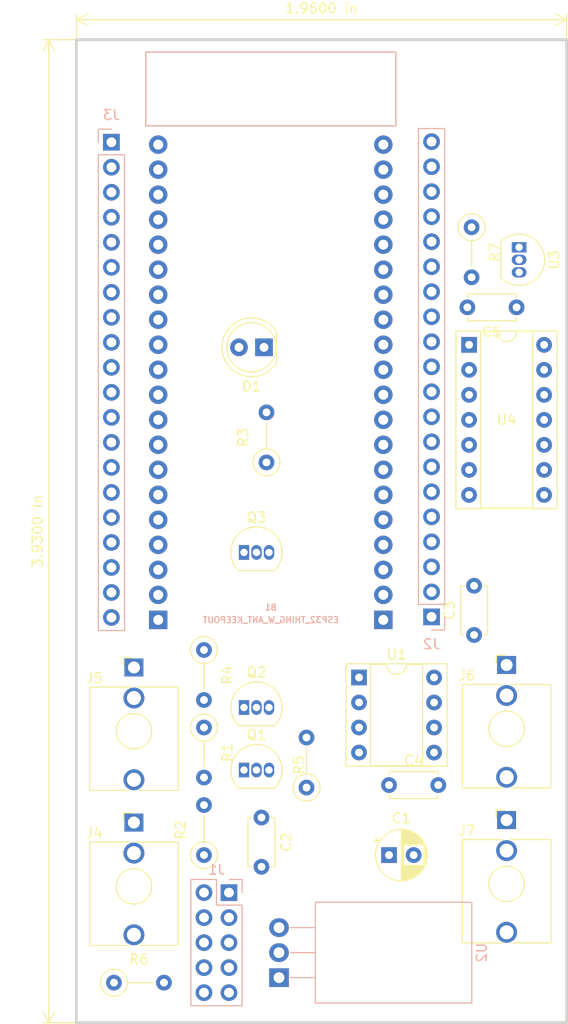
<source format=kicad_pcb>
(kicad_pcb (version 20171130) (host pcbnew "(5.1.0)-1")

  (general
    (thickness 1.6)
    (drawings 6)
    (tracks 0)
    (zones 0)
    (modules 28)
    (nets 50)
  )

  (page A4)
  (layers
    (0 F.Cu signal)
    (31 B.Cu signal)
    (32 B.Adhes user)
    (33 F.Adhes user)
    (34 B.Paste user)
    (35 F.Paste user)
    (36 B.SilkS user)
    (37 F.SilkS user)
    (38 B.Mask user)
    (39 F.Mask user)
    (40 Dwgs.User user)
    (41 Cmts.User user)
    (42 Eco1.User user)
    (43 Eco2.User user)
    (44 Edge.Cuts user)
    (45 Margin user)
    (46 B.CrtYd user)
    (47 F.CrtYd user)
    (48 B.Fab user)
    (49 F.Fab user)
  )

  (setup
    (last_trace_width 0.25)
    (trace_clearance 0.2)
    (zone_clearance 0.508)
    (zone_45_only no)
    (trace_min 0.2)
    (via_size 0.8)
    (via_drill 0.4)
    (via_min_size 0.4)
    (via_min_drill 0.3)
    (uvia_size 0.3)
    (uvia_drill 0.1)
    (uvias_allowed no)
    (uvia_min_size 0.2)
    (uvia_min_drill 0.1)
    (edge_width 0.05)
    (segment_width 0.2)
    (pcb_text_width 0.3)
    (pcb_text_size 1.5 1.5)
    (mod_edge_width 0.12)
    (mod_text_size 1 1)
    (mod_text_width 0.15)
    (pad_size 1.524 1.524)
    (pad_drill 0.762)
    (pad_to_mask_clearance 0.051)
    (solder_mask_min_width 0.25)
    (aux_axis_origin 0 0)
    (visible_elements 7FFFFFFF)
    (pcbplotparams
      (layerselection 0x010fc_ffffffff)
      (usegerberextensions false)
      (usegerberattributes false)
      (usegerberadvancedattributes false)
      (creategerberjobfile false)
      (excludeedgelayer true)
      (linewidth 0.100000)
      (plotframeref false)
      (viasonmask false)
      (mode 1)
      (useauxorigin false)
      (hpglpennumber 1)
      (hpglpenspeed 20)
      (hpglpendiameter 15.000000)
      (psnegative false)
      (psa4output false)
      (plotreference true)
      (plotvalue true)
      (plotinvisibletext false)
      (padsonsilk false)
      (subtractmaskfromsilk false)
      (outputformat 1)
      (mirror false)
      (drillshape 1)
      (scaleselection 1)
      (outputdirectory ""))
  )

  (net 0 "")
  (net 1 GND)
  (net 2 +5V)
  (net 3 "Net-(B1-Pad38)")
  (net 4 "Net-(B1-Pad37)")
  (net 5 "Net-(B1-Pad35)")
  (net 6 "Net-(B1-Pad34)")
  (net 7 "Net-(B1-Pad33)")
  (net 8 "Net-(B1-Pad32)")
  (net 9 "Net-(B1-Pad31)")
  (net 10 "Net-(B1-Pad30)")
  (net 11 "Net-(B1-Pad29)")
  (net 12 "Net-(B1-Pad27)")
  (net 13 "Net-(B1-Pad26)")
  (net 14 "Net-(B1-Pad24)")
  (net 15 "Net-(B1-Pad23)")
  (net 16 "Net-(B1-Pad22)")
  (net 17 "Net-(B1-Pad20)")
  (net 18 "Net-(B1-Pad19)")
  (net 19 "Net-(B1-Pad18)")
  (net 20 "Net-(B1-Pad17)")
  (net 21 "Net-(B1-Pad14)")
  (net 22 "Net-(B1-Pad13)")
  (net 23 "Net-(B1-Pad12)")
  (net 24 "Net-(B1-Pad11)")
  (net 25 "Net-(B1-Pad10)")
  (net 26 "Net-(B1-Pad8)")
  (net 27 "Net-(B1-Pad6)")
  (net 28 "Net-(B1-Pad3)")
  (net 29 "Net-(B1-Pad2)")
  (net 30 +3V3)
  (net 31 3.3V_Gate)
  (net 32 3.3vLogicClock)
  (net 33 LDAC)
  (net 34 DAC_CS)
  (net 35 SCK)
  (net 36 MOSI)
  (net 37 +12V)
  (net 38 -12V)
  (net 39 "Net-(D1-Pad2)")
  (net 40 "Net-(D1-Pad1)")
  (net 41 12V_Gate)
  (net 42 ClockIn)
  (net 43 OutA)
  (net 44 OutB)
  (net 45 "Net-(Q1-Pad1)")
  (net 46 "Net-(Q1-Pad2)")
  (net 47 "Net-(Q3-Pad1)")
  (net 48 "Net-(R4-Pad1)")
  (net 49 Vref)

  (net_class Default "This is the default net class."
    (clearance 0.2)
    (trace_width 0.25)
    (via_dia 0.8)
    (via_drill 0.4)
    (uvia_dia 0.3)
    (uvia_drill 0.1)
    (add_net +12V)
    (add_net +3V3)
    (add_net +5V)
    (add_net -12V)
    (add_net 12V_Gate)
    (add_net 3.3V_Gate)
    (add_net 3.3vLogicClock)
    (add_net ClockIn)
    (add_net DAC_CS)
    (add_net GND)
    (add_net LDAC)
    (add_net MOSI)
    (add_net "Net-(B1-Pad10)")
    (add_net "Net-(B1-Pad11)")
    (add_net "Net-(B1-Pad12)")
    (add_net "Net-(B1-Pad13)")
    (add_net "Net-(B1-Pad14)")
    (add_net "Net-(B1-Pad17)")
    (add_net "Net-(B1-Pad18)")
    (add_net "Net-(B1-Pad19)")
    (add_net "Net-(B1-Pad2)")
    (add_net "Net-(B1-Pad20)")
    (add_net "Net-(B1-Pad22)")
    (add_net "Net-(B1-Pad23)")
    (add_net "Net-(B1-Pad24)")
    (add_net "Net-(B1-Pad26)")
    (add_net "Net-(B1-Pad27)")
    (add_net "Net-(B1-Pad29)")
    (add_net "Net-(B1-Pad3)")
    (add_net "Net-(B1-Pad30)")
    (add_net "Net-(B1-Pad31)")
    (add_net "Net-(B1-Pad32)")
    (add_net "Net-(B1-Pad33)")
    (add_net "Net-(B1-Pad34)")
    (add_net "Net-(B1-Pad35)")
    (add_net "Net-(B1-Pad37)")
    (add_net "Net-(B1-Pad38)")
    (add_net "Net-(B1-Pad6)")
    (add_net "Net-(B1-Pad8)")
    (add_net "Net-(D1-Pad1)")
    (add_net "Net-(D1-Pad2)")
    (add_net "Net-(Q1-Pad1)")
    (add_net "Net-(Q1-Pad2)")
    (add_net "Net-(Q3-Pad1)")
    (add_net "Net-(R4-Pad1)")
    (add_net "Net-(U1-Pad5)")
    (add_net "Net-(U1-Pad6)")
    (add_net "Net-(U1-Pad7)")
    (add_net "Net-(U4-Pad2)")
    (add_net "Net-(U4-Pad6)")
    (add_net "Net-(U4-Pad7)")
    (add_net "Net-(U4-Pad9)")
    (add_net OutA)
    (add_net OutB)
    (add_net SCK)
    (add_net Vref)
  )

  (module Package_TO_SOT_THT:TO-220-3_Horizontal_TabDown (layer B.Cu) (tedit 5AC8BA0D) (tstamp 5CFD48AB)
    (at 88.392 135.636 90)
    (descr "TO-220-3, Horizontal, RM 2.54mm, see https://www.vishay.com/docs/66542/to-220-1.pdf")
    (tags "TO-220-3 Horizontal RM 2.54mm")
    (path /5CFB59CF)
    (fp_text reference U2 (at 2.54 20.58 90) (layer B.SilkS)
      (effects (font (size 1 1) (thickness 0.15)) (justify mirror))
    )
    (fp_text value LM7805_TO220 (at 2.54 -2 90) (layer B.Fab)
      (effects (font (size 1 1) (thickness 0.15)) (justify mirror))
    )
    (fp_text user %R (at 2.54 20.58 90) (layer B.Fab)
      (effects (font (size 1 1) (thickness 0.15)) (justify mirror))
    )
    (fp_line (start 7.79 19.71) (end -2.71 19.71) (layer B.CrtYd) (width 0.05))
    (fp_line (start 7.79 -1.25) (end 7.79 19.71) (layer B.CrtYd) (width 0.05))
    (fp_line (start -2.71 -1.25) (end 7.79 -1.25) (layer B.CrtYd) (width 0.05))
    (fp_line (start -2.71 19.71) (end -2.71 -1.25) (layer B.CrtYd) (width 0.05))
    (fp_line (start 5.08 3.69) (end 5.08 1.15) (layer B.SilkS) (width 0.12))
    (fp_line (start 2.54 3.69) (end 2.54 1.15) (layer B.SilkS) (width 0.12))
    (fp_line (start 0 3.69) (end 0 1.15) (layer B.SilkS) (width 0.12))
    (fp_line (start 7.66 19.58) (end 7.66 3.69) (layer B.SilkS) (width 0.12))
    (fp_line (start -2.58 19.58) (end -2.58 3.69) (layer B.SilkS) (width 0.12))
    (fp_line (start -2.58 19.58) (end 7.66 19.58) (layer B.SilkS) (width 0.12))
    (fp_line (start -2.58 3.69) (end 7.66 3.69) (layer B.SilkS) (width 0.12))
    (fp_line (start 5.08 3.81) (end 5.08 0) (layer B.Fab) (width 0.1))
    (fp_line (start 2.54 3.81) (end 2.54 0) (layer B.Fab) (width 0.1))
    (fp_line (start 0 3.81) (end 0 0) (layer B.Fab) (width 0.1))
    (fp_line (start 7.54 3.81) (end -2.46 3.81) (layer B.Fab) (width 0.1))
    (fp_line (start 7.54 13.06) (end 7.54 3.81) (layer B.Fab) (width 0.1))
    (fp_line (start -2.46 13.06) (end 7.54 13.06) (layer B.Fab) (width 0.1))
    (fp_line (start -2.46 3.81) (end -2.46 13.06) (layer B.Fab) (width 0.1))
    (fp_line (start 7.54 13.06) (end -2.46 13.06) (layer B.Fab) (width 0.1))
    (fp_line (start 7.54 19.46) (end 7.54 13.06) (layer B.Fab) (width 0.1))
    (fp_line (start -2.46 19.46) (end 7.54 19.46) (layer B.Fab) (width 0.1))
    (fp_line (start -2.46 13.06) (end -2.46 19.46) (layer B.Fab) (width 0.1))
    (fp_circle (center 2.54 16.66) (end 4.39 16.66) (layer B.Fab) (width 0.1))
    (pad 3 thru_hole oval (at 5.08 0 90) (size 1.905 2) (drill 1.1) (layers *.Cu *.Mask)
      (net 2 +5V))
    (pad 2 thru_hole oval (at 2.54 0 90) (size 1.905 2) (drill 1.1) (layers *.Cu *.Mask)
      (net 1 GND))
    (pad 1 thru_hole rect (at 0 0 90) (size 1.905 2) (drill 1.1) (layers *.Cu *.Mask)
      (net 37 +12V))
    (pad "" np_thru_hole oval (at 2.54 16.66 90) (size 3.5 3.5) (drill 3.5) (layers *.Cu *.Mask))
    (model ${KISYS3DMOD}/Package_TO_SOT_THT.3dshapes/TO-220-3_Horizontal_TabDown.wrl
      (at (xyz 0 0 0))
      (scale (xyz 1 1 1))
      (rotate (xyz 0 0 0))
    )
  )

  (module Capacitor_THT:C_Disc_D4.7mm_W2.5mm_P5.00mm (layer F.Cu) (tedit 5AE50EF0) (tstamp 5CFD46C4)
    (at 112.522 67.564 180)
    (descr "C, Disc series, Radial, pin pitch=5.00mm, , diameter*width=4.7*2.5mm^2, Capacitor, http://www.vishay.com/docs/45233/krseries.pdf")
    (tags "C Disc series Radial pin pitch 5.00mm  diameter 4.7mm width 2.5mm Capacitor")
    (path /5CFB835C)
    (fp_text reference C5 (at 2.5 -2.5 180) (layer F.SilkS)
      (effects (font (size 1 1) (thickness 0.15)))
    )
    (fp_text value 0.1uF (at 2.5 2.5 180) (layer F.Fab)
      (effects (font (size 1 1) (thickness 0.15)))
    )
    (fp_text user %R (at 2.5 0 180) (layer F.Fab)
      (effects (font (size 0.94 0.94) (thickness 0.141)))
    )
    (fp_line (start 6.05 -1.5) (end -1.05 -1.5) (layer F.CrtYd) (width 0.05))
    (fp_line (start 6.05 1.5) (end 6.05 -1.5) (layer F.CrtYd) (width 0.05))
    (fp_line (start -1.05 1.5) (end 6.05 1.5) (layer F.CrtYd) (width 0.05))
    (fp_line (start -1.05 -1.5) (end -1.05 1.5) (layer F.CrtYd) (width 0.05))
    (fp_line (start 4.97 1.055) (end 4.97 1.37) (layer F.SilkS) (width 0.12))
    (fp_line (start 4.97 -1.37) (end 4.97 -1.055) (layer F.SilkS) (width 0.12))
    (fp_line (start 0.03 1.055) (end 0.03 1.37) (layer F.SilkS) (width 0.12))
    (fp_line (start 0.03 -1.37) (end 0.03 -1.055) (layer F.SilkS) (width 0.12))
    (fp_line (start 0.03 1.37) (end 4.97 1.37) (layer F.SilkS) (width 0.12))
    (fp_line (start 0.03 -1.37) (end 4.97 -1.37) (layer F.SilkS) (width 0.12))
    (fp_line (start 4.85 -1.25) (end 0.15 -1.25) (layer F.Fab) (width 0.1))
    (fp_line (start 4.85 1.25) (end 4.85 -1.25) (layer F.Fab) (width 0.1))
    (fp_line (start 0.15 1.25) (end 4.85 1.25) (layer F.Fab) (width 0.1))
    (fp_line (start 0.15 -1.25) (end 0.15 1.25) (layer F.Fab) (width 0.1))
    (pad 2 thru_hole circle (at 5 0 180) (size 1.6 1.6) (drill 0.8) (layers *.Cu *.Mask)
      (net 2 +5V))
    (pad 1 thru_hole circle (at 0 0 180) (size 1.6 1.6) (drill 0.8) (layers *.Cu *.Mask)
      (net 1 GND))
    (model ${KISYS3DMOD}/Capacitor_THT.3dshapes/C_Disc_D4.7mm_W2.5mm_P5.00mm.wrl
      (at (xyz 0 0 0))
      (scale (xyz 1 1 1))
      (rotate (xyz 0 0 0))
    )
  )

  (module Capacitor_THT:C_Disc_D4.7mm_W2.5mm_P5.00mm (layer F.Cu) (tedit 5AE50EF0) (tstamp 5CFD46AF)
    (at 99.568 116.078)
    (descr "C, Disc series, Radial, pin pitch=5.00mm, , diameter*width=4.7*2.5mm^2, Capacitor, http://www.vishay.com/docs/45233/krseries.pdf")
    (tags "C Disc series Radial pin pitch 5.00mm  diameter 4.7mm width 2.5mm Capacitor")
    (path /5D119824)
    (fp_text reference C4 (at 2.5 -2.5) (layer F.SilkS)
      (effects (font (size 1 1) (thickness 0.15)))
    )
    (fp_text value 0.1uF (at 2.5 2.5) (layer F.Fab)
      (effects (font (size 1 1) (thickness 0.15)))
    )
    (fp_text user %R (at 2.5 0) (layer F.Fab)
      (effects (font (size 0.94 0.94) (thickness 0.141)))
    )
    (fp_line (start 6.05 -1.5) (end -1.05 -1.5) (layer F.CrtYd) (width 0.05))
    (fp_line (start 6.05 1.5) (end 6.05 -1.5) (layer F.CrtYd) (width 0.05))
    (fp_line (start -1.05 1.5) (end 6.05 1.5) (layer F.CrtYd) (width 0.05))
    (fp_line (start -1.05 -1.5) (end -1.05 1.5) (layer F.CrtYd) (width 0.05))
    (fp_line (start 4.97 1.055) (end 4.97 1.37) (layer F.SilkS) (width 0.12))
    (fp_line (start 4.97 -1.37) (end 4.97 -1.055) (layer F.SilkS) (width 0.12))
    (fp_line (start 0.03 1.055) (end 0.03 1.37) (layer F.SilkS) (width 0.12))
    (fp_line (start 0.03 -1.37) (end 0.03 -1.055) (layer F.SilkS) (width 0.12))
    (fp_line (start 0.03 1.37) (end 4.97 1.37) (layer F.SilkS) (width 0.12))
    (fp_line (start 0.03 -1.37) (end 4.97 -1.37) (layer F.SilkS) (width 0.12))
    (fp_line (start 4.85 -1.25) (end 0.15 -1.25) (layer F.Fab) (width 0.1))
    (fp_line (start 4.85 1.25) (end 4.85 -1.25) (layer F.Fab) (width 0.1))
    (fp_line (start 0.15 1.25) (end 4.85 1.25) (layer F.Fab) (width 0.1))
    (fp_line (start 0.15 -1.25) (end 0.15 1.25) (layer F.Fab) (width 0.1))
    (pad 2 thru_hole circle (at 5 0) (size 1.6 1.6) (drill 0.8) (layers *.Cu *.Mask)
      (net 1 GND))
    (pad 1 thru_hole circle (at 0 0) (size 1.6 1.6) (drill 0.8) (layers *.Cu *.Mask)
      (net 38 -12V))
    (model ${KISYS3DMOD}/Capacitor_THT.3dshapes/C_Disc_D4.7mm_W2.5mm_P5.00mm.wrl
      (at (xyz 0 0 0))
      (scale (xyz 1 1 1))
      (rotate (xyz 0 0 0))
    )
  )

  (module Capacitor_THT:C_Disc_D4.7mm_W2.5mm_P5.00mm (layer F.Cu) (tedit 5AE50EF0) (tstamp 5CFD469A)
    (at 108.204 100.838 90)
    (descr "C, Disc series, Radial, pin pitch=5.00mm, , diameter*width=4.7*2.5mm^2, Capacitor, http://www.vishay.com/docs/45233/krseries.pdf")
    (tags "C Disc series Radial pin pitch 5.00mm  diameter 4.7mm width 2.5mm Capacitor")
    (path /5D118DBD)
    (fp_text reference C3 (at 2.5 -2.5 90) (layer F.SilkS)
      (effects (font (size 1 1) (thickness 0.15)))
    )
    (fp_text value 0.1uF (at 2.5 2.5 90) (layer F.Fab)
      (effects (font (size 1 1) (thickness 0.15)))
    )
    (fp_text user %R (at 2.5 0 90) (layer F.Fab)
      (effects (font (size 0.94 0.94) (thickness 0.141)))
    )
    (fp_line (start 6.05 -1.5) (end -1.05 -1.5) (layer F.CrtYd) (width 0.05))
    (fp_line (start 6.05 1.5) (end 6.05 -1.5) (layer F.CrtYd) (width 0.05))
    (fp_line (start -1.05 1.5) (end 6.05 1.5) (layer F.CrtYd) (width 0.05))
    (fp_line (start -1.05 -1.5) (end -1.05 1.5) (layer F.CrtYd) (width 0.05))
    (fp_line (start 4.97 1.055) (end 4.97 1.37) (layer F.SilkS) (width 0.12))
    (fp_line (start 4.97 -1.37) (end 4.97 -1.055) (layer F.SilkS) (width 0.12))
    (fp_line (start 0.03 1.055) (end 0.03 1.37) (layer F.SilkS) (width 0.12))
    (fp_line (start 0.03 -1.37) (end 0.03 -1.055) (layer F.SilkS) (width 0.12))
    (fp_line (start 0.03 1.37) (end 4.97 1.37) (layer F.SilkS) (width 0.12))
    (fp_line (start 0.03 -1.37) (end 4.97 -1.37) (layer F.SilkS) (width 0.12))
    (fp_line (start 4.85 -1.25) (end 0.15 -1.25) (layer F.Fab) (width 0.1))
    (fp_line (start 4.85 1.25) (end 4.85 -1.25) (layer F.Fab) (width 0.1))
    (fp_line (start 0.15 1.25) (end 4.85 1.25) (layer F.Fab) (width 0.1))
    (fp_line (start 0.15 -1.25) (end 0.15 1.25) (layer F.Fab) (width 0.1))
    (pad 2 thru_hole circle (at 5 0 90) (size 1.6 1.6) (drill 0.8) (layers *.Cu *.Mask)
      (net 1 GND))
    (pad 1 thru_hole circle (at 0 0 90) (size 1.6 1.6) (drill 0.8) (layers *.Cu *.Mask)
      (net 37 +12V))
    (model ${KISYS3DMOD}/Capacitor_THT.3dshapes/C_Disc_D4.7mm_W2.5mm_P5.00mm.wrl
      (at (xyz 0 0 0))
      (scale (xyz 1 1 1))
      (rotate (xyz 0 0 0))
    )
  )

  (module Capacitor_THT:C_Disc_D4.7mm_W2.5mm_P5.00mm (layer F.Cu) (tedit 5AE50EF0) (tstamp 5CFD4685)
    (at 86.614 119.38 270)
    (descr "C, Disc series, Radial, pin pitch=5.00mm, , diameter*width=4.7*2.5mm^2, Capacitor, http://www.vishay.com/docs/45233/krseries.pdf")
    (tags "C Disc series Radial pin pitch 5.00mm  diameter 4.7mm width 2.5mm Capacitor")
    (path /5D0D93B7)
    (fp_text reference C2 (at 2.5 -2.5 270) (layer F.SilkS)
      (effects (font (size 1 1) (thickness 0.15)))
    )
    (fp_text value 0.1uF (at 2.5 2.5 270) (layer F.Fab)
      (effects (font (size 1 1) (thickness 0.15)))
    )
    (fp_text user %R (at 2.5 0 270) (layer F.Fab)
      (effects (font (size 0.94 0.94) (thickness 0.141)))
    )
    (fp_line (start 6.05 -1.5) (end -1.05 -1.5) (layer F.CrtYd) (width 0.05))
    (fp_line (start 6.05 1.5) (end 6.05 -1.5) (layer F.CrtYd) (width 0.05))
    (fp_line (start -1.05 1.5) (end 6.05 1.5) (layer F.CrtYd) (width 0.05))
    (fp_line (start -1.05 -1.5) (end -1.05 1.5) (layer F.CrtYd) (width 0.05))
    (fp_line (start 4.97 1.055) (end 4.97 1.37) (layer F.SilkS) (width 0.12))
    (fp_line (start 4.97 -1.37) (end 4.97 -1.055) (layer F.SilkS) (width 0.12))
    (fp_line (start 0.03 1.055) (end 0.03 1.37) (layer F.SilkS) (width 0.12))
    (fp_line (start 0.03 -1.37) (end 0.03 -1.055) (layer F.SilkS) (width 0.12))
    (fp_line (start 0.03 1.37) (end 4.97 1.37) (layer F.SilkS) (width 0.12))
    (fp_line (start 0.03 -1.37) (end 4.97 -1.37) (layer F.SilkS) (width 0.12))
    (fp_line (start 4.85 -1.25) (end 0.15 -1.25) (layer F.Fab) (width 0.1))
    (fp_line (start 4.85 1.25) (end 4.85 -1.25) (layer F.Fab) (width 0.1))
    (fp_line (start 0.15 1.25) (end 4.85 1.25) (layer F.Fab) (width 0.1))
    (fp_line (start 0.15 -1.25) (end 0.15 1.25) (layer F.Fab) (width 0.1))
    (pad 2 thru_hole circle (at 5 0 270) (size 1.6 1.6) (drill 0.8) (layers *.Cu *.Mask)
      (net 1 GND))
    (pad 1 thru_hole circle (at 0 0 270) (size 1.6 1.6) (drill 0.8) (layers *.Cu *.Mask)
      (net 2 +5V))
    (model ${KISYS3DMOD}/Capacitor_THT.3dshapes/C_Disc_D4.7mm_W2.5mm_P5.00mm.wrl
      (at (xyz 0 0 0))
      (scale (xyz 1 1 1))
      (rotate (xyz 0 0 0))
    )
  )

  (module Package_DIP:DIP-14_W7.62mm_Socket (layer F.Cu) (tedit 5A02E8C5) (tstamp 5CFD48E7)
    (at 107.696 71.374)
    (descr "14-lead though-hole mounted DIP package, row spacing 7.62 mm (300 mils), Socket")
    (tags "THT DIP DIL PDIP 2.54mm 7.62mm 300mil Socket")
    (path /5CFB5133)
    (fp_text reference U4 (at 3.81 7.62) (layer F.SilkS)
      (effects (font (size 1 1) (thickness 0.15)))
    )
    (fp_text value MCP4922-EP (at 3.81 17.57) (layer F.Fab)
      (effects (font (size 1 1) (thickness 0.15)))
    )
    (fp_text user %R (at 3.81 7.62) (layer F.Fab)
      (effects (font (size 1 1) (thickness 0.15)))
    )
    (fp_line (start 9.15 -1.6) (end -1.55 -1.6) (layer F.CrtYd) (width 0.05))
    (fp_line (start 9.15 16.85) (end 9.15 -1.6) (layer F.CrtYd) (width 0.05))
    (fp_line (start -1.55 16.85) (end 9.15 16.85) (layer F.CrtYd) (width 0.05))
    (fp_line (start -1.55 -1.6) (end -1.55 16.85) (layer F.CrtYd) (width 0.05))
    (fp_line (start 8.95 -1.39) (end -1.33 -1.39) (layer F.SilkS) (width 0.12))
    (fp_line (start 8.95 16.63) (end 8.95 -1.39) (layer F.SilkS) (width 0.12))
    (fp_line (start -1.33 16.63) (end 8.95 16.63) (layer F.SilkS) (width 0.12))
    (fp_line (start -1.33 -1.39) (end -1.33 16.63) (layer F.SilkS) (width 0.12))
    (fp_line (start 6.46 -1.33) (end 4.81 -1.33) (layer F.SilkS) (width 0.12))
    (fp_line (start 6.46 16.57) (end 6.46 -1.33) (layer F.SilkS) (width 0.12))
    (fp_line (start 1.16 16.57) (end 6.46 16.57) (layer F.SilkS) (width 0.12))
    (fp_line (start 1.16 -1.33) (end 1.16 16.57) (layer F.SilkS) (width 0.12))
    (fp_line (start 2.81 -1.33) (end 1.16 -1.33) (layer F.SilkS) (width 0.12))
    (fp_line (start 8.89 -1.33) (end -1.27 -1.33) (layer F.Fab) (width 0.1))
    (fp_line (start 8.89 16.57) (end 8.89 -1.33) (layer F.Fab) (width 0.1))
    (fp_line (start -1.27 16.57) (end 8.89 16.57) (layer F.Fab) (width 0.1))
    (fp_line (start -1.27 -1.33) (end -1.27 16.57) (layer F.Fab) (width 0.1))
    (fp_line (start 0.635 -0.27) (end 1.635 -1.27) (layer F.Fab) (width 0.1))
    (fp_line (start 0.635 16.51) (end 0.635 -0.27) (layer F.Fab) (width 0.1))
    (fp_line (start 6.985 16.51) (end 0.635 16.51) (layer F.Fab) (width 0.1))
    (fp_line (start 6.985 -1.27) (end 6.985 16.51) (layer F.Fab) (width 0.1))
    (fp_line (start 1.635 -1.27) (end 6.985 -1.27) (layer F.Fab) (width 0.1))
    (fp_arc (start 3.81 -1.33) (end 2.81 -1.33) (angle -180) (layer F.SilkS) (width 0.12))
    (pad 14 thru_hole oval (at 7.62 0) (size 1.6 1.6) (drill 0.8) (layers *.Cu *.Mask)
      (net 43 OutA))
    (pad 7 thru_hole oval (at 0 15.24) (size 1.6 1.6) (drill 0.8) (layers *.Cu *.Mask))
    (pad 13 thru_hole oval (at 7.62 2.54) (size 1.6 1.6) (drill 0.8) (layers *.Cu *.Mask)
      (net 49 Vref))
    (pad 6 thru_hole oval (at 0 12.7) (size 1.6 1.6) (drill 0.8) (layers *.Cu *.Mask))
    (pad 12 thru_hole oval (at 7.62 5.08) (size 1.6 1.6) (drill 0.8) (layers *.Cu *.Mask)
      (net 1 GND))
    (pad 5 thru_hole oval (at 0 10.16) (size 1.6 1.6) (drill 0.8) (layers *.Cu *.Mask)
      (net 36 MOSI))
    (pad 11 thru_hole oval (at 7.62 7.62) (size 1.6 1.6) (drill 0.8) (layers *.Cu *.Mask)
      (net 49 Vref))
    (pad 4 thru_hole oval (at 0 7.62) (size 1.6 1.6) (drill 0.8) (layers *.Cu *.Mask)
      (net 35 SCK))
    (pad 10 thru_hole oval (at 7.62 10.16) (size 1.6 1.6) (drill 0.8) (layers *.Cu *.Mask)
      (net 44 OutB))
    (pad 3 thru_hole oval (at 0 5.08) (size 1.6 1.6) (drill 0.8) (layers *.Cu *.Mask)
      (net 34 DAC_CS))
    (pad 9 thru_hole oval (at 7.62 12.7) (size 1.6 1.6) (drill 0.8) (layers *.Cu *.Mask))
    (pad 2 thru_hole oval (at 0 2.54) (size 1.6 1.6) (drill 0.8) (layers *.Cu *.Mask))
    (pad 8 thru_hole oval (at 7.62 15.24) (size 1.6 1.6) (drill 0.8) (layers *.Cu *.Mask)
      (net 33 LDAC))
    (pad 1 thru_hole rect (at 0 0) (size 1.6 1.6) (drill 0.8) (layers *.Cu *.Mask)
      (net 2 +5V))
    (model ${KISYS3DMOD}/Package_DIP.3dshapes/DIP-14_W7.62mm_Socket.wrl
      (at (xyz 0 0 0))
      (scale (xyz 1 1 1))
      (rotate (xyz 0 0 0))
    )
  )

  (module Package_TO_SOT_THT:TO-92_Inline (layer F.Cu) (tedit 5A1DD157) (tstamp 5CFD48BD)
    (at 112.776 61.468 270)
    (descr "TO-92 leads in-line, narrow, oval pads, drill 0.75mm (see NXP sot054_po.pdf)")
    (tags "to-92 sc-43 sc-43a sot54 PA33 transistor")
    (path /5CFC8546)
    (fp_text reference U3 (at 1.27 -3.56 270) (layer F.SilkS)
      (effects (font (size 1 1) (thickness 0.15)))
    )
    (fp_text value LM4040LP-4.1 (at 1.27 2.79 270) (layer F.Fab)
      (effects (font (size 1 1) (thickness 0.15)))
    )
    (fp_arc (start 1.27 0) (end 1.27 -2.6) (angle 135) (layer F.SilkS) (width 0.12))
    (fp_arc (start 1.27 0) (end 1.27 -2.48) (angle -135) (layer F.Fab) (width 0.1))
    (fp_arc (start 1.27 0) (end 1.27 -2.6) (angle -135) (layer F.SilkS) (width 0.12))
    (fp_arc (start 1.27 0) (end 1.27 -2.48) (angle 135) (layer F.Fab) (width 0.1))
    (fp_line (start 4 2.01) (end -1.46 2.01) (layer F.CrtYd) (width 0.05))
    (fp_line (start 4 2.01) (end 4 -2.73) (layer F.CrtYd) (width 0.05))
    (fp_line (start -1.46 -2.73) (end -1.46 2.01) (layer F.CrtYd) (width 0.05))
    (fp_line (start -1.46 -2.73) (end 4 -2.73) (layer F.CrtYd) (width 0.05))
    (fp_line (start -0.5 1.75) (end 3 1.75) (layer F.Fab) (width 0.1))
    (fp_line (start -0.53 1.85) (end 3.07 1.85) (layer F.SilkS) (width 0.12))
    (fp_text user %R (at 1.27 -3.56 270) (layer F.Fab)
      (effects (font (size 1 1) (thickness 0.15)))
    )
    (pad 1 thru_hole rect (at 0 0 270) (size 1.05 1.5) (drill 0.75) (layers *.Cu *.Mask))
    (pad 3 thru_hole oval (at 2.54 0 270) (size 1.05 1.5) (drill 0.75) (layers *.Cu *.Mask)
      (net 1 GND))
    (pad 2 thru_hole oval (at 1.27 0 270) (size 1.05 1.5) (drill 0.75) (layers *.Cu *.Mask)
      (net 49 Vref))
    (model ${KISYS3DMOD}/Package_TO_SOT_THT.3dshapes/TO-92_Inline.wrl
      (at (xyz 0 0 0))
      (scale (xyz 1 1 1))
      (rotate (xyz 0 0 0))
    )
  )

  (module Package_DIP:DIP-8_W7.62mm_Socket (layer F.Cu) (tedit 5A02E8C5) (tstamp 5CFD4891)
    (at 96.52 105.156)
    (descr "8-lead though-hole mounted DIP package, row spacing 7.62 mm (300 mils), Socket")
    (tags "THT DIP DIL PDIP 2.54mm 7.62mm 300mil Socket")
    (path /5CFB8FB6)
    (fp_text reference U1 (at 3.81 -2.33) (layer F.SilkS)
      (effects (font (size 1 1) (thickness 0.15)))
    )
    (fp_text value LM358 (at 3.81 9.95) (layer F.Fab)
      (effects (font (size 1 1) (thickness 0.15)))
    )
    (fp_text user %R (at 3.81 3.81) (layer F.Fab)
      (effects (font (size 1 1) (thickness 0.15)))
    )
    (fp_line (start 9.15 -1.6) (end -1.55 -1.6) (layer F.CrtYd) (width 0.05))
    (fp_line (start 9.15 9.2) (end 9.15 -1.6) (layer F.CrtYd) (width 0.05))
    (fp_line (start -1.55 9.2) (end 9.15 9.2) (layer F.CrtYd) (width 0.05))
    (fp_line (start -1.55 -1.6) (end -1.55 9.2) (layer F.CrtYd) (width 0.05))
    (fp_line (start 8.95 -1.39) (end -1.33 -1.39) (layer F.SilkS) (width 0.12))
    (fp_line (start 8.95 9.01) (end 8.95 -1.39) (layer F.SilkS) (width 0.12))
    (fp_line (start -1.33 9.01) (end 8.95 9.01) (layer F.SilkS) (width 0.12))
    (fp_line (start -1.33 -1.39) (end -1.33 9.01) (layer F.SilkS) (width 0.12))
    (fp_line (start 6.46 -1.33) (end 4.81 -1.33) (layer F.SilkS) (width 0.12))
    (fp_line (start 6.46 8.95) (end 6.46 -1.33) (layer F.SilkS) (width 0.12))
    (fp_line (start 1.16 8.95) (end 6.46 8.95) (layer F.SilkS) (width 0.12))
    (fp_line (start 1.16 -1.33) (end 1.16 8.95) (layer F.SilkS) (width 0.12))
    (fp_line (start 2.81 -1.33) (end 1.16 -1.33) (layer F.SilkS) (width 0.12))
    (fp_line (start 8.89 -1.33) (end -1.27 -1.33) (layer F.Fab) (width 0.1))
    (fp_line (start 8.89 8.95) (end 8.89 -1.33) (layer F.Fab) (width 0.1))
    (fp_line (start -1.27 8.95) (end 8.89 8.95) (layer F.Fab) (width 0.1))
    (fp_line (start -1.27 -1.33) (end -1.27 8.95) (layer F.Fab) (width 0.1))
    (fp_line (start 0.635 -0.27) (end 1.635 -1.27) (layer F.Fab) (width 0.1))
    (fp_line (start 0.635 8.89) (end 0.635 -0.27) (layer F.Fab) (width 0.1))
    (fp_line (start 6.985 8.89) (end 0.635 8.89) (layer F.Fab) (width 0.1))
    (fp_line (start 6.985 -1.27) (end 6.985 8.89) (layer F.Fab) (width 0.1))
    (fp_line (start 1.635 -1.27) (end 6.985 -1.27) (layer F.Fab) (width 0.1))
    (fp_arc (start 3.81 -1.33) (end 2.81 -1.33) (angle -180) (layer F.SilkS) (width 0.12))
    (pad 8 thru_hole oval (at 7.62 0) (size 1.6 1.6) (drill 0.8) (layers *.Cu *.Mask)
      (net 37 +12V))
    (pad 4 thru_hole oval (at 0 7.62) (size 1.6 1.6) (drill 0.8) (layers *.Cu *.Mask)
      (net 38 -12V))
    (pad 7 thru_hole oval (at 7.62 2.54) (size 1.6 1.6) (drill 0.8) (layers *.Cu *.Mask))
    (pad 3 thru_hole oval (at 0 5.08) (size 1.6 1.6) (drill 0.8) (layers *.Cu *.Mask)
      (net 48 "Net-(R4-Pad1)"))
    (pad 6 thru_hole oval (at 7.62 5.08) (size 1.6 1.6) (drill 0.8) (layers *.Cu *.Mask))
    (pad 2 thru_hole oval (at 0 2.54) (size 1.6 1.6) (drill 0.8) (layers *.Cu *.Mask)
      (net 32 3.3vLogicClock))
    (pad 5 thru_hole oval (at 7.62 7.62) (size 1.6 1.6) (drill 0.8) (layers *.Cu *.Mask))
    (pad 1 thru_hole rect (at 0 0) (size 1.6 1.6) (drill 0.8) (layers *.Cu *.Mask)
      (net 32 3.3vLogicClock))
    (model ${KISYS3DMOD}/Package_DIP.3dshapes/DIP-8_W7.62mm_Socket.wrl
      (at (xyz 0 0 0))
      (scale (xyz 1 1 1))
      (rotate (xyz 0 0 0))
    )
  )

  (module Resistor_THT:R_Axial_DIN0207_L6.3mm_D2.5mm_P5.08mm_Vertical (layer F.Cu) (tedit 5AE5139B) (tstamp 5CFD486D)
    (at 107.95 59.436 270)
    (descr "Resistor, Axial_DIN0207 series, Axial, Vertical, pin pitch=5.08mm, 0.25W = 1/4W, length*diameter=6.3*2.5mm^2, http://cdn-reichelt.de/documents/datenblatt/B400/1_4W%23YAG.pdf")
    (tags "Resistor Axial_DIN0207 series Axial Vertical pin pitch 5.08mm 0.25W = 1/4W length 6.3mm diameter 2.5mm")
    (path /5CFCAA2F)
    (fp_text reference R7 (at 2.54 -2.37 270) (layer F.SilkS)
      (effects (font (size 1 1) (thickness 0.15)))
    )
    (fp_text value 1k (at 2.54 2.37 270) (layer F.Fab)
      (effects (font (size 1 1) (thickness 0.15)))
    )
    (fp_text user %R (at 2.54 -2.37 270) (layer F.Fab)
      (effects (font (size 1 1) (thickness 0.15)))
    )
    (fp_line (start 6.13 -1.5) (end -1.5 -1.5) (layer F.CrtYd) (width 0.05))
    (fp_line (start 6.13 1.5) (end 6.13 -1.5) (layer F.CrtYd) (width 0.05))
    (fp_line (start -1.5 1.5) (end 6.13 1.5) (layer F.CrtYd) (width 0.05))
    (fp_line (start -1.5 -1.5) (end -1.5 1.5) (layer F.CrtYd) (width 0.05))
    (fp_line (start 1.37 0) (end 3.98 0) (layer F.SilkS) (width 0.12))
    (fp_line (start 0 0) (end 5.08 0) (layer F.Fab) (width 0.1))
    (fp_circle (center 0 0) (end 1.37 0) (layer F.SilkS) (width 0.12))
    (fp_circle (center 0 0) (end 1.25 0) (layer F.Fab) (width 0.1))
    (pad 2 thru_hole oval (at 5.08 0 270) (size 1.6 1.6) (drill 0.8) (layers *.Cu *.Mask)
      (net 2 +5V))
    (pad 1 thru_hole circle (at 0 0 270) (size 1.6 1.6) (drill 0.8) (layers *.Cu *.Mask)
      (net 49 Vref))
    (model ${KISYS3DMOD}/Resistor_THT.3dshapes/R_Axial_DIN0207_L6.3mm_D2.5mm_P5.08mm_Vertical.wrl
      (at (xyz 0 0 0))
      (scale (xyz 1 1 1))
      (rotate (xyz 0 0 0))
    )
  )

  (module Resistor_THT:R_Axial_DIN0207_L6.3mm_D2.5mm_P5.08mm_Vertical (layer F.Cu) (tedit 5AE5139B) (tstamp 5CFD485E)
    (at 71.628 136.144)
    (descr "Resistor, Axial_DIN0207 series, Axial, Vertical, pin pitch=5.08mm, 0.25W = 1/4W, length*diameter=6.3*2.5mm^2, http://cdn-reichelt.de/documents/datenblatt/B400/1_4W%23YAG.pdf")
    (tags "Resistor Axial_DIN0207 series Axial Vertical pin pitch 5.08mm 0.25W = 1/4W length 6.3mm diameter 2.5mm")
    (path /5D0ACD25)
    (fp_text reference R6 (at 2.54 -2.37) (layer F.SilkS)
      (effects (font (size 1 1) (thickness 0.15)))
    )
    (fp_text value 1k (at 2.54 2.37) (layer F.Fab)
      (effects (font (size 1 1) (thickness 0.15)))
    )
    (fp_text user %R (at 2.54 -2.37) (layer F.Fab)
      (effects (font (size 1 1) (thickness 0.15)))
    )
    (fp_line (start 6.13 -1.5) (end -1.5 -1.5) (layer F.CrtYd) (width 0.05))
    (fp_line (start 6.13 1.5) (end 6.13 -1.5) (layer F.CrtYd) (width 0.05))
    (fp_line (start -1.5 1.5) (end 6.13 1.5) (layer F.CrtYd) (width 0.05))
    (fp_line (start -1.5 -1.5) (end -1.5 1.5) (layer F.CrtYd) (width 0.05))
    (fp_line (start 1.37 0) (end 3.98 0) (layer F.SilkS) (width 0.12))
    (fp_line (start 0 0) (end 5.08 0) (layer F.Fab) (width 0.1))
    (fp_circle (center 0 0) (end 1.37 0) (layer F.SilkS) (width 0.12))
    (fp_circle (center 0 0) (end 1.25 0) (layer F.Fab) (width 0.1))
    (pad 2 thru_hole oval (at 5.08 0) (size 1.6 1.6) (drill 0.8) (layers *.Cu *.Mask)
      (net 47 "Net-(Q3-Pad1)"))
    (pad 1 thru_hole circle (at 0 0) (size 1.6 1.6) (drill 0.8) (layers *.Cu *.Mask)
      (net 41 12V_Gate))
    (model ${KISYS3DMOD}/Resistor_THT.3dshapes/R_Axial_DIN0207_L6.3mm_D2.5mm_P5.08mm_Vertical.wrl
      (at (xyz 0 0 0))
      (scale (xyz 1 1 1))
      (rotate (xyz 0 0 0))
    )
  )

  (module Resistor_THT:R_Axial_DIN0207_L6.3mm_D2.5mm_P5.08mm_Vertical (layer F.Cu) (tedit 5AE5139B) (tstamp 5CFD484F)
    (at 91.186 116.332 90)
    (descr "Resistor, Axial_DIN0207 series, Axial, Vertical, pin pitch=5.08mm, 0.25W = 1/4W, length*diameter=6.3*2.5mm^2, http://cdn-reichelt.de/documents/datenblatt/B400/1_4W%23YAG.pdf")
    (tags "Resistor Axial_DIN0207 series Axial Vertical pin pitch 5.08mm 0.25W = 1/4W length 6.3mm diameter 2.5mm")
    (path /5CFBC848)
    (fp_text reference R5 (at 2.286 -0.762 90) (layer F.SilkS)
      (effects (font (size 1 1) (thickness 0.15)))
    )
    (fp_text value 2.74k (at 2.54 2.37 90) (layer F.Fab)
      (effects (font (size 1 1) (thickness 0.15)))
    )
    (fp_text user %R (at 2.54 -2.37 90) (layer F.Fab)
      (effects (font (size 1 1) (thickness 0.15)))
    )
    (fp_line (start 6.13 -1.5) (end -1.5 -1.5) (layer F.CrtYd) (width 0.05))
    (fp_line (start 6.13 1.5) (end 6.13 -1.5) (layer F.CrtYd) (width 0.05))
    (fp_line (start -1.5 1.5) (end 6.13 1.5) (layer F.CrtYd) (width 0.05))
    (fp_line (start -1.5 -1.5) (end -1.5 1.5) (layer F.CrtYd) (width 0.05))
    (fp_line (start 1.37 0) (end 3.98 0) (layer F.SilkS) (width 0.12))
    (fp_line (start 0 0) (end 5.08 0) (layer F.Fab) (width 0.1))
    (fp_circle (center 0 0) (end 1.37 0) (layer F.SilkS) (width 0.12))
    (fp_circle (center 0 0) (end 1.25 0) (layer F.Fab) (width 0.1))
    (pad 2 thru_hole oval (at 5.08 0 90) (size 1.6 1.6) (drill 0.8) (layers *.Cu *.Mask)
      (net 48 "Net-(R4-Pad1)"))
    (pad 1 thru_hole circle (at 0 0 90) (size 1.6 1.6) (drill 0.8) (layers *.Cu *.Mask)
      (net 1 GND))
    (model ${KISYS3DMOD}/Resistor_THT.3dshapes/R_Axial_DIN0207_L6.3mm_D2.5mm_P5.08mm_Vertical.wrl
      (at (xyz 0 0 0))
      (scale (xyz 1 1 1))
      (rotate (xyz 0 0 0))
    )
  )

  (module Resistor_THT:R_Axial_DIN0207_L6.3mm_D2.5mm_P5.08mm_Vertical (layer F.Cu) (tedit 5AE5139B) (tstamp 5CFD4840)
    (at 80.772 102.362 270)
    (descr "Resistor, Axial_DIN0207 series, Axial, Vertical, pin pitch=5.08mm, 0.25W = 1/4W, length*diameter=6.3*2.5mm^2, http://cdn-reichelt.de/documents/datenblatt/B400/1_4W%23YAG.pdf")
    (tags "Resistor Axial_DIN0207 series Axial Vertical pin pitch 5.08mm 0.25W = 1/4W length 6.3mm diameter 2.5mm")
    (path /5CFBC2C8)
    (fp_text reference R4 (at 2.54 -2.37 270) (layer F.SilkS)
      (effects (font (size 1 1) (thickness 0.15)))
    )
    (fp_text value 10k (at 2.54 2.37 270) (layer F.Fab)
      (effects (font (size 1 1) (thickness 0.15)))
    )
    (fp_text user %R (at 2.54 -2.37 270) (layer F.Fab)
      (effects (font (size 1 1) (thickness 0.15)))
    )
    (fp_line (start 6.13 -1.5) (end -1.5 -1.5) (layer F.CrtYd) (width 0.05))
    (fp_line (start 6.13 1.5) (end 6.13 -1.5) (layer F.CrtYd) (width 0.05))
    (fp_line (start -1.5 1.5) (end 6.13 1.5) (layer F.CrtYd) (width 0.05))
    (fp_line (start -1.5 -1.5) (end -1.5 1.5) (layer F.CrtYd) (width 0.05))
    (fp_line (start 1.37 0) (end 3.98 0) (layer F.SilkS) (width 0.12))
    (fp_line (start 0 0) (end 5.08 0) (layer F.Fab) (width 0.1))
    (fp_circle (center 0 0) (end 1.37 0) (layer F.SilkS) (width 0.12))
    (fp_circle (center 0 0) (end 1.25 0) (layer F.Fab) (width 0.1))
    (pad 2 thru_hole oval (at 5.08 0 270) (size 1.6 1.6) (drill 0.8) (layers *.Cu *.Mask)
      (net 39 "Net-(D1-Pad2)"))
    (pad 1 thru_hole circle (at 0 0 270) (size 1.6 1.6) (drill 0.8) (layers *.Cu *.Mask)
      (net 48 "Net-(R4-Pad1)"))
    (model ${KISYS3DMOD}/Resistor_THT.3dshapes/R_Axial_DIN0207_L6.3mm_D2.5mm_P5.08mm_Vertical.wrl
      (at (xyz 0 0 0))
      (scale (xyz 1 1 1))
      (rotate (xyz 0 0 0))
    )
  )

  (module Resistor_THT:R_Axial_DIN0207_L6.3mm_D2.5mm_P5.08mm_Vertical (layer F.Cu) (tedit 5AE5139B) (tstamp 5CFD4831)
    (at 87.122 83.312 90)
    (descr "Resistor, Axial_DIN0207 series, Axial, Vertical, pin pitch=5.08mm, 0.25W = 1/4W, length*diameter=6.3*2.5mm^2, http://cdn-reichelt.de/documents/datenblatt/B400/1_4W%23YAG.pdf")
    (tags "Resistor Axial_DIN0207 series Axial Vertical pin pitch 5.08mm 0.25W = 1/4W length 6.3mm diameter 2.5mm")
    (path /5CFC104A)
    (fp_text reference R3 (at 2.54 -2.37 90) (layer F.SilkS)
      (effects (font (size 1 1) (thickness 0.15)))
    )
    (fp_text value 1k (at 2.54 2.37 90) (layer F.Fab)
      (effects (font (size 1 1) (thickness 0.15)))
    )
    (fp_text user %R (at 2.54 -2.37 90) (layer F.Fab)
      (effects (font (size 1 1) (thickness 0.15)))
    )
    (fp_line (start 6.13 -1.5) (end -1.5 -1.5) (layer F.CrtYd) (width 0.05))
    (fp_line (start 6.13 1.5) (end 6.13 -1.5) (layer F.CrtYd) (width 0.05))
    (fp_line (start -1.5 1.5) (end 6.13 1.5) (layer F.CrtYd) (width 0.05))
    (fp_line (start -1.5 -1.5) (end -1.5 1.5) (layer F.CrtYd) (width 0.05))
    (fp_line (start 1.37 0) (end 3.98 0) (layer F.SilkS) (width 0.12))
    (fp_line (start 0 0) (end 5.08 0) (layer F.Fab) (width 0.1))
    (fp_circle (center 0 0) (end 1.37 0) (layer F.SilkS) (width 0.12))
    (fp_circle (center 0 0) (end 1.25 0) (layer F.Fab) (width 0.1))
    (pad 2 thru_hole oval (at 5.08 0 90) (size 1.6 1.6) (drill 0.8) (layers *.Cu *.Mask)
      (net 40 "Net-(D1-Pad1)"))
    (pad 1 thru_hole circle (at 0 0 90) (size 1.6 1.6) (drill 0.8) (layers *.Cu *.Mask)
      (net 1 GND))
    (model ${KISYS3DMOD}/Resistor_THT.3dshapes/R_Axial_DIN0207_L6.3mm_D2.5mm_P5.08mm_Vertical.wrl
      (at (xyz 0 0 0))
      (scale (xyz 1 1 1))
      (rotate (xyz 0 0 0))
    )
  )

  (module Resistor_THT:R_Axial_DIN0207_L6.3mm_D2.5mm_P5.08mm_Vertical (layer F.Cu) (tedit 5AE5139B) (tstamp 5CFD4822)
    (at 80.772 123.19 90)
    (descr "Resistor, Axial_DIN0207 series, Axial, Vertical, pin pitch=5.08mm, 0.25W = 1/4W, length*diameter=6.3*2.5mm^2, http://cdn-reichelt.de/documents/datenblatt/B400/1_4W%23YAG.pdf")
    (tags "Resistor Axial_DIN0207 series Axial Vertical pin pitch 5.08mm 0.25W = 1/4W length 6.3mm diameter 2.5mm")
    (path /5CFB7D64)
    (fp_text reference R2 (at 2.54 -2.37 90) (layer F.SilkS)
      (effects (font (size 1 1) (thickness 0.15)))
    )
    (fp_text value 1k (at 2.54 2.37 90) (layer F.Fab)
      (effects (font (size 1 1) (thickness 0.15)))
    )
    (fp_text user %R (at 2.54 -2.37 90) (layer F.Fab)
      (effects (font (size 1 1) (thickness 0.15)))
    )
    (fp_line (start 6.13 -1.5) (end -1.5 -1.5) (layer F.CrtYd) (width 0.05))
    (fp_line (start 6.13 1.5) (end 6.13 -1.5) (layer F.CrtYd) (width 0.05))
    (fp_line (start -1.5 1.5) (end 6.13 1.5) (layer F.CrtYd) (width 0.05))
    (fp_line (start -1.5 -1.5) (end -1.5 1.5) (layer F.CrtYd) (width 0.05))
    (fp_line (start 1.37 0) (end 3.98 0) (layer F.SilkS) (width 0.12))
    (fp_line (start 0 0) (end 5.08 0) (layer F.Fab) (width 0.1))
    (fp_circle (center 0 0) (end 1.37 0) (layer F.SilkS) (width 0.12))
    (fp_circle (center 0 0) (end 1.25 0) (layer F.Fab) (width 0.1))
    (pad 2 thru_hole oval (at 5.08 0 90) (size 1.6 1.6) (drill 0.8) (layers *.Cu *.Mask)
      (net 42 ClockIn))
    (pad 1 thru_hole circle (at 0 0 90) (size 1.6 1.6) (drill 0.8) (layers *.Cu *.Mask)
      (net 46 "Net-(Q1-Pad2)"))
    (model ${KISYS3DMOD}/Resistor_THT.3dshapes/R_Axial_DIN0207_L6.3mm_D2.5mm_P5.08mm_Vertical.wrl
      (at (xyz 0 0 0))
      (scale (xyz 1 1 1))
      (rotate (xyz 0 0 0))
    )
  )

  (module Resistor_THT:R_Axial_DIN0207_L6.3mm_D2.5mm_P5.08mm_Vertical (layer F.Cu) (tedit 5AE5139B) (tstamp 5CFD4813)
    (at 80.772 110.236 270)
    (descr "Resistor, Axial_DIN0207 series, Axial, Vertical, pin pitch=5.08mm, 0.25W = 1/4W, length*diameter=6.3*2.5mm^2, http://cdn-reichelt.de/documents/datenblatt/B400/1_4W%23YAG.pdf")
    (tags "Resistor Axial_DIN0207 series Axial Vertical pin pitch 5.08mm 0.25W = 1/4W length 6.3mm diameter 2.5mm")
    (path /5CFC2356)
    (fp_text reference R1 (at 2.54 -2.37 270) (layer F.SilkS)
      (effects (font (size 1 1) (thickness 0.15)))
    )
    (fp_text value 10k (at 2.54 2.37 270) (layer F.Fab)
      (effects (font (size 1 1) (thickness 0.15)))
    )
    (fp_text user %R (at 2.54 -2.37 270) (layer F.Fab)
      (effects (font (size 1 1) (thickness 0.15)))
    )
    (fp_line (start 6.13 -1.5) (end -1.5 -1.5) (layer F.CrtYd) (width 0.05))
    (fp_line (start 6.13 1.5) (end 6.13 -1.5) (layer F.CrtYd) (width 0.05))
    (fp_line (start -1.5 1.5) (end 6.13 1.5) (layer F.CrtYd) (width 0.05))
    (fp_line (start -1.5 -1.5) (end -1.5 1.5) (layer F.CrtYd) (width 0.05))
    (fp_line (start 1.37 0) (end 3.98 0) (layer F.SilkS) (width 0.12))
    (fp_line (start 0 0) (end 5.08 0) (layer F.Fab) (width 0.1))
    (fp_circle (center 0 0) (end 1.37 0) (layer F.SilkS) (width 0.12))
    (fp_circle (center 0 0) (end 1.25 0) (layer F.Fab) (width 0.1))
    (pad 2 thru_hole oval (at 5.08 0 270) (size 1.6 1.6) (drill 0.8) (layers *.Cu *.Mask)
      (net 42 ClockIn))
    (pad 1 thru_hole circle (at 0 0 270) (size 1.6 1.6) (drill 0.8) (layers *.Cu *.Mask)
      (net 1 GND))
    (model ${KISYS3DMOD}/Resistor_THT.3dshapes/R_Axial_DIN0207_L6.3mm_D2.5mm_P5.08mm_Vertical.wrl
      (at (xyz 0 0 0))
      (scale (xyz 1 1 1))
      (rotate (xyz 0 0 0))
    )
  )

  (module Package_TO_SOT_THT:TO-92_Inline (layer F.Cu) (tedit 5A1DD157) (tstamp 5CFD4804)
    (at 84.836 92.456)
    (descr "TO-92 leads in-line, narrow, oval pads, drill 0.75mm (see NXP sot054_po.pdf)")
    (tags "to-92 sc-43 sc-43a sot54 PA33 transistor")
    (path /5CFDABBE)
    (fp_text reference Q3 (at 1.27 -3.56) (layer F.SilkS)
      (effects (font (size 1 1) (thickness 0.15)))
    )
    (fp_text value 2N3904 (at 1.27 2.79) (layer F.Fab)
      (effects (font (size 1 1) (thickness 0.15)))
    )
    (fp_arc (start 1.27 0) (end 1.27 -2.6) (angle 135) (layer F.SilkS) (width 0.12))
    (fp_arc (start 1.27 0) (end 1.27 -2.48) (angle -135) (layer F.Fab) (width 0.1))
    (fp_arc (start 1.27 0) (end 1.27 -2.6) (angle -135) (layer F.SilkS) (width 0.12))
    (fp_arc (start 1.27 0) (end 1.27 -2.48) (angle 135) (layer F.Fab) (width 0.1))
    (fp_line (start 4 2.01) (end -1.46 2.01) (layer F.CrtYd) (width 0.05))
    (fp_line (start 4 2.01) (end 4 -2.73) (layer F.CrtYd) (width 0.05))
    (fp_line (start -1.46 -2.73) (end -1.46 2.01) (layer F.CrtYd) (width 0.05))
    (fp_line (start -1.46 -2.73) (end 4 -2.73) (layer F.CrtYd) (width 0.05))
    (fp_line (start -0.5 1.75) (end 3 1.75) (layer F.Fab) (width 0.1))
    (fp_line (start -0.53 1.85) (end 3.07 1.85) (layer F.SilkS) (width 0.12))
    (fp_text user %R (at 1.27 -3.56) (layer F.Fab)
      (effects (font (size 1 1) (thickness 0.15)))
    )
    (pad 1 thru_hole rect (at 0 0) (size 1.05 1.5) (drill 0.75) (layers *.Cu *.Mask)
      (net 47 "Net-(Q3-Pad1)"))
    (pad 3 thru_hole oval (at 2.54 0) (size 1.05 1.5) (drill 0.75) (layers *.Cu *.Mask)
      (net 37 +12V))
    (pad 2 thru_hole oval (at 1.27 0) (size 1.05 1.5) (drill 0.75) (layers *.Cu *.Mask)
      (net 31 3.3V_Gate))
    (model ${KISYS3DMOD}/Package_TO_SOT_THT.3dshapes/TO-92_Inline.wrl
      (at (xyz 0 0 0))
      (scale (xyz 1 1 1))
      (rotate (xyz 0 0 0))
    )
  )

  (module Package_TO_SOT_THT:TO-92_Inline (layer F.Cu) (tedit 5A1DD157) (tstamp 5CFD47F2)
    (at 84.836 108.204)
    (descr "TO-92 leads in-line, narrow, oval pads, drill 0.75mm (see NXP sot054_po.pdf)")
    (tags "to-92 sc-43 sc-43a sot54 PA33 transistor")
    (path /5CFB67DC)
    (fp_text reference Q2 (at 1.27 -3.56) (layer F.SilkS)
      (effects (font (size 1 1) (thickness 0.15)))
    )
    (fp_text value 2N3904 (at 1.27 2.79) (layer F.Fab)
      (effects (font (size 1 1) (thickness 0.15)))
    )
    (fp_arc (start 1.27 0) (end 1.27 -2.6) (angle 135) (layer F.SilkS) (width 0.12))
    (fp_arc (start 1.27 0) (end 1.27 -2.48) (angle -135) (layer F.Fab) (width 0.1))
    (fp_arc (start 1.27 0) (end 1.27 -2.6) (angle -135) (layer F.SilkS) (width 0.12))
    (fp_arc (start 1.27 0) (end 1.27 -2.48) (angle 135) (layer F.Fab) (width 0.1))
    (fp_line (start 4 2.01) (end -1.46 2.01) (layer F.CrtYd) (width 0.05))
    (fp_line (start 4 2.01) (end 4 -2.73) (layer F.CrtYd) (width 0.05))
    (fp_line (start -1.46 -2.73) (end -1.46 2.01) (layer F.CrtYd) (width 0.05))
    (fp_line (start -1.46 -2.73) (end 4 -2.73) (layer F.CrtYd) (width 0.05))
    (fp_line (start -0.5 1.75) (end 3 1.75) (layer F.Fab) (width 0.1))
    (fp_line (start -0.53 1.85) (end 3.07 1.85) (layer F.SilkS) (width 0.12))
    (fp_text user %R (at 1.27 -3.56) (layer F.Fab)
      (effects (font (size 1 1) (thickness 0.15)))
    )
    (pad 1 thru_hole rect (at 0 0) (size 1.05 1.5) (drill 0.75) (layers *.Cu *.Mask)
      (net 39 "Net-(D1-Pad2)"))
    (pad 3 thru_hole oval (at 2.54 0) (size 1.05 1.5) (drill 0.75) (layers *.Cu *.Mask)
      (net 37 +12V))
    (pad 2 thru_hole oval (at 1.27 0) (size 1.05 1.5) (drill 0.75) (layers *.Cu *.Mask)
      (net 45 "Net-(Q1-Pad1)"))
    (model ${KISYS3DMOD}/Package_TO_SOT_THT.3dshapes/TO-92_Inline.wrl
      (at (xyz 0 0 0))
      (scale (xyz 1 1 1))
      (rotate (xyz 0 0 0))
    )
  )

  (module Package_TO_SOT_THT:TO-92_Inline (layer F.Cu) (tedit 5A1DD157) (tstamp 5CFD47E0)
    (at 84.836 114.554)
    (descr "TO-92 leads in-line, narrow, oval pads, drill 0.75mm (see NXP sot054_po.pdf)")
    (tags "to-92 sc-43 sc-43a sot54 PA33 transistor")
    (path /5CFB5E90)
    (fp_text reference Q1 (at 1.27 -3.56) (layer F.SilkS)
      (effects (font (size 1 1) (thickness 0.15)))
    )
    (fp_text value 2N3904 (at 1.27 2.79) (layer F.Fab)
      (effects (font (size 1 1) (thickness 0.15)))
    )
    (fp_arc (start 1.27 0) (end 1.27 -2.6) (angle 135) (layer F.SilkS) (width 0.12))
    (fp_arc (start 1.27 0) (end 1.27 -2.48) (angle -135) (layer F.Fab) (width 0.1))
    (fp_arc (start 1.27 0) (end 1.27 -2.6) (angle -135) (layer F.SilkS) (width 0.12))
    (fp_arc (start 1.27 0) (end 1.27 -2.48) (angle 135) (layer F.Fab) (width 0.1))
    (fp_line (start 4 2.01) (end -1.46 2.01) (layer F.CrtYd) (width 0.05))
    (fp_line (start 4 2.01) (end 4 -2.73) (layer F.CrtYd) (width 0.05))
    (fp_line (start -1.46 -2.73) (end -1.46 2.01) (layer F.CrtYd) (width 0.05))
    (fp_line (start -1.46 -2.73) (end 4 -2.73) (layer F.CrtYd) (width 0.05))
    (fp_line (start -0.5 1.75) (end 3 1.75) (layer F.Fab) (width 0.1))
    (fp_line (start -0.53 1.85) (end 3.07 1.85) (layer F.SilkS) (width 0.12))
    (fp_text user %R (at 1.27 -3.56) (layer F.Fab)
      (effects (font (size 1 1) (thickness 0.15)))
    )
    (pad 1 thru_hole rect (at 0 0) (size 1.05 1.5) (drill 0.75) (layers *.Cu *.Mask)
      (net 45 "Net-(Q1-Pad1)"))
    (pad 3 thru_hole oval (at 2.54 0) (size 1.05 1.5) (drill 0.75) (layers *.Cu *.Mask)
      (net 37 +12V))
    (pad 2 thru_hole oval (at 1.27 0) (size 1.05 1.5) (drill 0.75) (layers *.Cu *.Mask)
      (net 46 "Net-(Q1-Pad2)"))
    (model ${KISYS3DMOD}/Package_TO_SOT_THT.3dshapes/TO-92_Inline.wrl
      (at (xyz 0 0 0))
      (scale (xyz 1 1 1))
      (rotate (xyz 0 0 0))
    )
  )

  (module Connector_Audio:Jack_3.5mm_QingPu_WQP-PJ398SM_Vertical_CircularHoles (layer F.Cu) (tedit 5C2B6BB2) (tstamp 5CFD47CE)
    (at 111.506 119.634)
    (descr "TRS 3.5mm, vertical, Thonkiconn, PCB mount, (http://www.qingpu-electronics.com/en/products/WQP-PJ398SM-362.html)")
    (tags "WQP-PJ398SM WQP-PJ301M-12 TRS 3.5mm mono vertical jack thonkiconn qingpu")
    (path /5CFCF39F)
    (fp_text reference J7 (at -4.03 1.08 180) (layer F.SilkS)
      (effects (font (size 1 1) (thickness 0.15)))
    )
    (fp_text value OutB (at 0 5 180) (layer F.Fab)
      (effects (font (size 1 1) (thickness 0.15)))
    )
    (fp_line (start 0 0) (end 0 2.03) (layer F.Fab) (width 0.1))
    (fp_circle (center 0 6.48) (end 1.8 6.48) (layer F.Fab) (width 0.1))
    (fp_line (start 4.5 2.03) (end -4.5 2.03) (layer F.Fab) (width 0.1))
    (fp_line (start 5 -1.42) (end -5 -1.42) (layer F.CrtYd) (width 0.05))
    (fp_line (start 5 12.98) (end -5 12.98) (layer F.CrtYd) (width 0.05))
    (fp_line (start 5 12.98) (end 5 -1.42) (layer F.CrtYd) (width 0.05))
    (fp_line (start 4.5 12.48) (end -4.5 12.48) (layer F.Fab) (width 0.1))
    (fp_line (start 4.5 12.48) (end 4.5 2.08) (layer F.Fab) (width 0.1))
    (fp_line (start -1.06 -1) (end -0.2 -1) (layer F.SilkS) (width 0.12))
    (fp_line (start -1.06 -1) (end -1.06 -0.2) (layer F.SilkS) (width 0.12))
    (fp_circle (center 0 6.48) (end 1.8 6.48) (layer F.SilkS) (width 0.12))
    (fp_line (start -0.35 1.98) (end -4.5 1.98) (layer F.SilkS) (width 0.12))
    (fp_line (start 4.5 1.98) (end 0.35 1.98) (layer F.SilkS) (width 0.12))
    (fp_line (start -0.5 12.48) (end -4.5 12.48) (layer F.SilkS) (width 0.12))
    (fp_line (start 4.5 12.48) (end 0.5 12.48) (layer F.SilkS) (width 0.12))
    (fp_line (start -1.41 6.02) (end -0.46 5.07) (layer Dwgs.User) (width 0.12))
    (fp_line (start -1.42 6.875) (end 0.4 5.06) (layer Dwgs.User) (width 0.12))
    (fp_line (start -1.07 7.49) (end 1.01 5.41) (layer Dwgs.User) (width 0.12))
    (fp_line (start -0.58 7.83) (end 1.36 5.89) (layer Dwgs.User) (width 0.12))
    (fp_line (start 0.09 7.96) (end 1.48 6.57) (layer Dwgs.User) (width 0.12))
    (fp_circle (center 0 6.48) (end 1.5 6.48) (layer Dwgs.User) (width 0.12))
    (fp_line (start 4.5 1.98) (end 4.5 12.48) (layer F.SilkS) (width 0.12))
    (fp_line (start -4.5 1.98) (end -4.5 12.48) (layer F.SilkS) (width 0.12))
    (fp_text user %R (at 0 8 180) (layer F.Fab)
      (effects (font (size 1 1) (thickness 0.15)))
    )
    (fp_line (start -4.5 12.48) (end -4.5 2.08) (layer F.Fab) (width 0.1))
    (fp_line (start -5 12.98) (end -5 -1.42) (layer F.CrtYd) (width 0.05))
    (fp_text user KEEPOUT (at 0 6.48) (layer Cmts.User)
      (effects (font (size 0.4 0.4) (thickness 0.051)))
    )
    (pad T thru_hole circle (at 0 11.4 180) (size 2.13 2.13) (drill 1.43) (layers *.Cu *.Mask)
      (net 44 OutB))
    (pad S thru_hole rect (at 0 0 180) (size 1.93 1.83) (drill 1.22) (layers *.Cu *.Mask)
      (net 1 GND))
    (pad TN thru_hole circle (at 0 3.1 180) (size 2.13 2.13) (drill 1.42) (layers *.Cu *.Mask))
    (model ${KISYS3DMOD}/Connector_Audio.3dshapes/Jack_3.5mm_QingPu_WQP-PJ398SM_Vertical.wrl
      (at (xyz 0 0 0))
      (scale (xyz 1 1 1))
      (rotate (xyz 0 0 0))
    )
  )

  (module Connector_Audio:Jack_3.5mm_QingPu_WQP-PJ398SM_Vertical_CircularHoles (layer F.Cu) (tedit 5C2B6BB2) (tstamp 5CFD47AC)
    (at 111.506 103.886)
    (descr "TRS 3.5mm, vertical, Thonkiconn, PCB mount, (http://www.qingpu-electronics.com/en/products/WQP-PJ398SM-362.html)")
    (tags "WQP-PJ398SM WQP-PJ301M-12 TRS 3.5mm mono vertical jack thonkiconn qingpu")
    (path /5CFD0BDF)
    (fp_text reference J6 (at -4.03 1.08 180) (layer F.SilkS)
      (effects (font (size 1 1) (thickness 0.15)))
    )
    (fp_text value OutA (at 0 5 180) (layer F.Fab)
      (effects (font (size 1 1) (thickness 0.15)))
    )
    (fp_line (start 0 0) (end 0 2.03) (layer F.Fab) (width 0.1))
    (fp_circle (center 0 6.48) (end 1.8 6.48) (layer F.Fab) (width 0.1))
    (fp_line (start 4.5 2.03) (end -4.5 2.03) (layer F.Fab) (width 0.1))
    (fp_line (start 5 -1.42) (end -5 -1.42) (layer F.CrtYd) (width 0.05))
    (fp_line (start 5 12.98) (end -5 12.98) (layer F.CrtYd) (width 0.05))
    (fp_line (start 5 12.98) (end 5 -1.42) (layer F.CrtYd) (width 0.05))
    (fp_line (start 4.5 12.48) (end -4.5 12.48) (layer F.Fab) (width 0.1))
    (fp_line (start 4.5 12.48) (end 4.5 2.08) (layer F.Fab) (width 0.1))
    (fp_line (start -1.06 -1) (end -0.2 -1) (layer F.SilkS) (width 0.12))
    (fp_line (start -1.06 -1) (end -1.06 -0.2) (layer F.SilkS) (width 0.12))
    (fp_circle (center 0 6.48) (end 1.8 6.48) (layer F.SilkS) (width 0.12))
    (fp_line (start -0.35 1.98) (end -4.5 1.98) (layer F.SilkS) (width 0.12))
    (fp_line (start 4.5 1.98) (end 0.35 1.98) (layer F.SilkS) (width 0.12))
    (fp_line (start -0.5 12.48) (end -4.5 12.48) (layer F.SilkS) (width 0.12))
    (fp_line (start 4.5 12.48) (end 0.5 12.48) (layer F.SilkS) (width 0.12))
    (fp_line (start -1.41 6.02) (end -0.46 5.07) (layer Dwgs.User) (width 0.12))
    (fp_line (start -1.42 6.875) (end 0.4 5.06) (layer Dwgs.User) (width 0.12))
    (fp_line (start -1.07 7.49) (end 1.01 5.41) (layer Dwgs.User) (width 0.12))
    (fp_line (start -0.58 7.83) (end 1.36 5.89) (layer Dwgs.User) (width 0.12))
    (fp_line (start 0.09 7.96) (end 1.48 6.57) (layer Dwgs.User) (width 0.12))
    (fp_circle (center 0 6.48) (end 1.5 6.48) (layer Dwgs.User) (width 0.12))
    (fp_line (start 4.5 1.98) (end 4.5 12.48) (layer F.SilkS) (width 0.12))
    (fp_line (start -4.5 1.98) (end -4.5 12.48) (layer F.SilkS) (width 0.12))
    (fp_text user %R (at 0 8 180) (layer F.Fab)
      (effects (font (size 1 1) (thickness 0.15)))
    )
    (fp_line (start -4.5 12.48) (end -4.5 2.08) (layer F.Fab) (width 0.1))
    (fp_line (start -5 12.98) (end -5 -1.42) (layer F.CrtYd) (width 0.05))
    (fp_text user KEEPOUT (at 0 6.48) (layer Cmts.User)
      (effects (font (size 0.4 0.4) (thickness 0.051)))
    )
    (pad T thru_hole circle (at 0 11.4 180) (size 2.13 2.13) (drill 1.43) (layers *.Cu *.Mask)
      (net 43 OutA))
    (pad S thru_hole rect (at 0 0 180) (size 1.93 1.83) (drill 1.22) (layers *.Cu *.Mask)
      (net 1 GND))
    (pad TN thru_hole circle (at 0 3.1 180) (size 2.13 2.13) (drill 1.42) (layers *.Cu *.Mask))
    (model ${KISYS3DMOD}/Connector_Audio.3dshapes/Jack_3.5mm_QingPu_WQP-PJ398SM_Vertical.wrl
      (at (xyz 0 0 0))
      (scale (xyz 1 1 1))
      (rotate (xyz 0 0 0))
    )
  )

  (module Connector_Audio:Jack_3.5mm_QingPu_WQP-PJ398SM_Vertical_CircularHoles (layer F.Cu) (tedit 5C2B6BB2) (tstamp 5CFD478A)
    (at 73.66 104.14)
    (descr "TRS 3.5mm, vertical, Thonkiconn, PCB mount, (http://www.qingpu-electronics.com/en/products/WQP-PJ398SM-362.html)")
    (tags "WQP-PJ398SM WQP-PJ301M-12 TRS 3.5mm mono vertical jack thonkiconn qingpu")
    (path /5CFDFAD1)
    (fp_text reference J5 (at -4.03 1.08 180) (layer F.SilkS)
      (effects (font (size 1 1) (thickness 0.15)))
    )
    (fp_text value "Clock In" (at 0 5 180) (layer F.Fab)
      (effects (font (size 1 1) (thickness 0.15)))
    )
    (fp_line (start 0 0) (end 0 2.03) (layer F.Fab) (width 0.1))
    (fp_circle (center 0 6.48) (end 1.8 6.48) (layer F.Fab) (width 0.1))
    (fp_line (start 4.5 2.03) (end -4.5 2.03) (layer F.Fab) (width 0.1))
    (fp_line (start 5 -1.42) (end -5 -1.42) (layer F.CrtYd) (width 0.05))
    (fp_line (start 5 12.98) (end -5 12.98) (layer F.CrtYd) (width 0.05))
    (fp_line (start 5 12.98) (end 5 -1.42) (layer F.CrtYd) (width 0.05))
    (fp_line (start 4.5 12.48) (end -4.5 12.48) (layer F.Fab) (width 0.1))
    (fp_line (start 4.5 12.48) (end 4.5 2.08) (layer F.Fab) (width 0.1))
    (fp_line (start -1.06 -1) (end -0.2 -1) (layer F.SilkS) (width 0.12))
    (fp_line (start -1.06 -1) (end -1.06 -0.2) (layer F.SilkS) (width 0.12))
    (fp_circle (center 0 6.48) (end 1.8 6.48) (layer F.SilkS) (width 0.12))
    (fp_line (start -0.35 1.98) (end -4.5 1.98) (layer F.SilkS) (width 0.12))
    (fp_line (start 4.5 1.98) (end 0.35 1.98) (layer F.SilkS) (width 0.12))
    (fp_line (start -0.5 12.48) (end -4.5 12.48) (layer F.SilkS) (width 0.12))
    (fp_line (start 4.5 12.48) (end 0.5 12.48) (layer F.SilkS) (width 0.12))
    (fp_line (start -1.41 6.02) (end -0.46 5.07) (layer Dwgs.User) (width 0.12))
    (fp_line (start -1.42 6.875) (end 0.4 5.06) (layer Dwgs.User) (width 0.12))
    (fp_line (start -1.07 7.49) (end 1.01 5.41) (layer Dwgs.User) (width 0.12))
    (fp_line (start -0.58 7.83) (end 1.36 5.89) (layer Dwgs.User) (width 0.12))
    (fp_line (start 0.09 7.96) (end 1.48 6.57) (layer Dwgs.User) (width 0.12))
    (fp_circle (center 0 6.48) (end 1.5 6.48) (layer Dwgs.User) (width 0.12))
    (fp_line (start 4.5 1.98) (end 4.5 12.48) (layer F.SilkS) (width 0.12))
    (fp_line (start -4.5 1.98) (end -4.5 12.48) (layer F.SilkS) (width 0.12))
    (fp_text user %R (at 0 8 180) (layer F.Fab)
      (effects (font (size 1 1) (thickness 0.15)))
    )
    (fp_line (start -4.5 12.48) (end -4.5 2.08) (layer F.Fab) (width 0.1))
    (fp_line (start -5 12.98) (end -5 -1.42) (layer F.CrtYd) (width 0.05))
    (fp_text user KEEPOUT (at 0 6.48) (layer Cmts.User)
      (effects (font (size 0.4 0.4) (thickness 0.051)))
    )
    (pad T thru_hole circle (at 0 11.4 180) (size 2.13 2.13) (drill 1.43) (layers *.Cu *.Mask)
      (net 42 ClockIn))
    (pad S thru_hole rect (at 0 0 180) (size 1.93 1.83) (drill 1.22) (layers *.Cu *.Mask)
      (net 1 GND))
    (pad TN thru_hole circle (at 0 3.1 180) (size 2.13 2.13) (drill 1.42) (layers *.Cu *.Mask))
    (model ${KISYS3DMOD}/Connector_Audio.3dshapes/Jack_3.5mm_QingPu_WQP-PJ398SM_Vertical.wrl
      (at (xyz 0 0 0))
      (scale (xyz 1 1 1))
      (rotate (xyz 0 0 0))
    )
  )

  (module Connector_Audio:Jack_3.5mm_QingPu_WQP-PJ398SM_Vertical_CircularHoles (layer F.Cu) (tedit 5C2B6BB2) (tstamp 5CFD4768)
    (at 73.66 119.888)
    (descr "TRS 3.5mm, vertical, Thonkiconn, PCB mount, (http://www.qingpu-electronics.com/en/products/WQP-PJ398SM-362.html)")
    (tags "WQP-PJ398SM WQP-PJ301M-12 TRS 3.5mm mono vertical jack thonkiconn qingpu")
    (path /5CFE15A6)
    (fp_text reference J4 (at -4.03 1.08 180) (layer F.SilkS)
      (effects (font (size 1 1) (thickness 0.15)))
    )
    (fp_text value "Gate Out" (at 0 5 180) (layer F.Fab)
      (effects (font (size 1 1) (thickness 0.15)))
    )
    (fp_line (start 0 0) (end 0 2.03) (layer F.Fab) (width 0.1))
    (fp_circle (center 0 6.48) (end 1.8 6.48) (layer F.Fab) (width 0.1))
    (fp_line (start 4.5 2.03) (end -4.5 2.03) (layer F.Fab) (width 0.1))
    (fp_line (start 5 -1.42) (end -5 -1.42) (layer F.CrtYd) (width 0.05))
    (fp_line (start 5 12.98) (end -5 12.98) (layer F.CrtYd) (width 0.05))
    (fp_line (start 5 12.98) (end 5 -1.42) (layer F.CrtYd) (width 0.05))
    (fp_line (start 4.5 12.48) (end -4.5 12.48) (layer F.Fab) (width 0.1))
    (fp_line (start 4.5 12.48) (end 4.5 2.08) (layer F.Fab) (width 0.1))
    (fp_line (start -1.06 -1) (end -0.2 -1) (layer F.SilkS) (width 0.12))
    (fp_line (start -1.06 -1) (end -1.06 -0.2) (layer F.SilkS) (width 0.12))
    (fp_circle (center 0 6.48) (end 1.8 6.48) (layer F.SilkS) (width 0.12))
    (fp_line (start -0.35 1.98) (end -4.5 1.98) (layer F.SilkS) (width 0.12))
    (fp_line (start 4.5 1.98) (end 0.35 1.98) (layer F.SilkS) (width 0.12))
    (fp_line (start -0.5 12.48) (end -4.5 12.48) (layer F.SilkS) (width 0.12))
    (fp_line (start 4.5 12.48) (end 0.5 12.48) (layer F.SilkS) (width 0.12))
    (fp_line (start -1.41 6.02) (end -0.46 5.07) (layer Dwgs.User) (width 0.12))
    (fp_line (start -1.42 6.875) (end 0.4 5.06) (layer Dwgs.User) (width 0.12))
    (fp_line (start -1.07 7.49) (end 1.01 5.41) (layer Dwgs.User) (width 0.12))
    (fp_line (start -0.58 7.83) (end 1.36 5.89) (layer Dwgs.User) (width 0.12))
    (fp_line (start 0.09 7.96) (end 1.48 6.57) (layer Dwgs.User) (width 0.12))
    (fp_circle (center 0 6.48) (end 1.5 6.48) (layer Dwgs.User) (width 0.12))
    (fp_line (start 4.5 1.98) (end 4.5 12.48) (layer F.SilkS) (width 0.12))
    (fp_line (start -4.5 1.98) (end -4.5 12.48) (layer F.SilkS) (width 0.12))
    (fp_text user %R (at 0 8 180) (layer F.Fab)
      (effects (font (size 1 1) (thickness 0.15)))
    )
    (fp_line (start -4.5 12.48) (end -4.5 2.08) (layer F.Fab) (width 0.1))
    (fp_line (start -5 12.98) (end -5 -1.42) (layer F.CrtYd) (width 0.05))
    (fp_text user KEEPOUT (at 0 6.48) (layer Cmts.User)
      (effects (font (size 0.4 0.4) (thickness 0.051)))
    )
    (pad T thru_hole circle (at 0 11.4 180) (size 2.13 2.13) (drill 1.43) (layers *.Cu *.Mask)
      (net 41 12V_Gate))
    (pad S thru_hole rect (at 0 0 180) (size 1.93 1.83) (drill 1.22) (layers *.Cu *.Mask)
      (net 1 GND))
    (pad TN thru_hole circle (at 0 3.1 180) (size 2.13 2.13) (drill 1.42) (layers *.Cu *.Mask))
    (model ${KISYS3DMOD}/Connector_Audio.3dshapes/Jack_3.5mm_QingPu_WQP-PJ398SM_Vertical.wrl
      (at (xyz 0 0 0))
      (scale (xyz 1 1 1))
      (rotate (xyz 0 0 0))
    )
  )

  (module Connector_PinSocket_2.54mm:PinSocket_1x20_P2.54mm_Vertical (layer B.Cu) (tedit 5A19A41E) (tstamp 5CFD4746)
    (at 71.374 50.8 180)
    (descr "Through hole straight socket strip, 1x20, 2.54mm pitch, single row (from Kicad 4.0.7), script generated")
    (tags "Through hole socket strip THT 1x20 2.54mm single row")
    (path /5CFFFDB4)
    (fp_text reference J3 (at 0 2.77 180) (layer B.SilkS)
      (effects (font (size 1 1) (thickness 0.15)) (justify mirror))
    )
    (fp_text value Conn_01x20_Female (at 0 -51.03 180) (layer B.Fab)
      (effects (font (size 1 1) (thickness 0.15)) (justify mirror))
    )
    (fp_text user %R (at 0 -24.13 90) (layer B.Fab)
      (effects (font (size 1 1) (thickness 0.15)) (justify mirror))
    )
    (fp_line (start -1.8 -50) (end -1.8 1.8) (layer B.CrtYd) (width 0.05))
    (fp_line (start 1.75 -50) (end -1.8 -50) (layer B.CrtYd) (width 0.05))
    (fp_line (start 1.75 1.8) (end 1.75 -50) (layer B.CrtYd) (width 0.05))
    (fp_line (start -1.8 1.8) (end 1.75 1.8) (layer B.CrtYd) (width 0.05))
    (fp_line (start 0 1.33) (end 1.33 1.33) (layer B.SilkS) (width 0.12))
    (fp_line (start 1.33 1.33) (end 1.33 0) (layer B.SilkS) (width 0.12))
    (fp_line (start 1.33 -1.27) (end 1.33 -49.59) (layer B.SilkS) (width 0.12))
    (fp_line (start -1.33 -49.59) (end 1.33 -49.59) (layer B.SilkS) (width 0.12))
    (fp_line (start -1.33 -1.27) (end -1.33 -49.59) (layer B.SilkS) (width 0.12))
    (fp_line (start -1.33 -1.27) (end 1.33 -1.27) (layer B.SilkS) (width 0.12))
    (fp_line (start -1.27 -49.53) (end -1.27 1.27) (layer B.Fab) (width 0.1))
    (fp_line (start 1.27 -49.53) (end -1.27 -49.53) (layer B.Fab) (width 0.1))
    (fp_line (start 1.27 0.635) (end 1.27 -49.53) (layer B.Fab) (width 0.1))
    (fp_line (start 0.635 1.27) (end 1.27 0.635) (layer B.Fab) (width 0.1))
    (fp_line (start -1.27 1.27) (end 0.635 1.27) (layer B.Fab) (width 0.1))
    (pad 20 thru_hole oval (at 0 -48.26 180) (size 1.7 1.7) (drill 1) (layers *.Cu *.Mask)
      (net 1 GND))
    (pad 19 thru_hole oval (at 0 -45.72 180) (size 1.7 1.7) (drill 1) (layers *.Cu *.Mask)
      (net 2 +5V))
    (pad 18 thru_hole oval (at 0 -43.18 180) (size 1.7 1.7) (drill 1) (layers *.Cu *.Mask)
      (net 3 "Net-(B1-Pad38)"))
    (pad 17 thru_hole oval (at 0 -40.64 180) (size 1.7 1.7) (drill 1) (layers *.Cu *.Mask)
      (net 4 "Net-(B1-Pad37)"))
    (pad 16 thru_hole oval (at 0 -38.1 180) (size 1.7 1.7) (drill 1) (layers *.Cu *.Mask)
      (net 30 +3V3))
    (pad 15 thru_hole oval (at 0 -35.56 180) (size 1.7 1.7) (drill 1) (layers *.Cu *.Mask)
      (net 5 "Net-(B1-Pad35)"))
    (pad 14 thru_hole oval (at 0 -33.02 180) (size 1.7 1.7) (drill 1) (layers *.Cu *.Mask)
      (net 6 "Net-(B1-Pad34)"))
    (pad 13 thru_hole oval (at 0 -30.48 180) (size 1.7 1.7) (drill 1) (layers *.Cu *.Mask)
      (net 7 "Net-(B1-Pad33)"))
    (pad 12 thru_hole oval (at 0 -27.94 180) (size 1.7 1.7) (drill 1) (layers *.Cu *.Mask)
      (net 8 "Net-(B1-Pad32)"))
    (pad 11 thru_hole oval (at 0 -25.4 180) (size 1.7 1.7) (drill 1) (layers *.Cu *.Mask)
      (net 9 "Net-(B1-Pad31)"))
    (pad 10 thru_hole oval (at 0 -22.86 180) (size 1.7 1.7) (drill 1) (layers *.Cu *.Mask)
      (net 10 "Net-(B1-Pad30)"))
    (pad 9 thru_hole oval (at 0 -20.32 180) (size 1.7 1.7) (drill 1) (layers *.Cu *.Mask)
      (net 11 "Net-(B1-Pad29)"))
    (pad 8 thru_hole oval (at 0 -17.78 180) (size 1.7 1.7) (drill 1) (layers *.Cu *.Mask)
      (net 31 3.3V_Gate))
    (pad 7 thru_hole oval (at 0 -15.24 180) (size 1.7 1.7) (drill 1) (layers *.Cu *.Mask)
      (net 12 "Net-(B1-Pad27)"))
    (pad 6 thru_hole oval (at 0 -12.7 180) (size 1.7 1.7) (drill 1) (layers *.Cu *.Mask)
      (net 13 "Net-(B1-Pad26)"))
    (pad 5 thru_hole oval (at 0 -10.16 180) (size 1.7 1.7) (drill 1) (layers *.Cu *.Mask)
      (net 32 3.3vLogicClock))
    (pad 4 thru_hole oval (at 0 -7.62 180) (size 1.7 1.7) (drill 1) (layers *.Cu *.Mask)
      (net 14 "Net-(B1-Pad24)"))
    (pad 3 thru_hole oval (at 0 -5.08 180) (size 1.7 1.7) (drill 1) (layers *.Cu *.Mask)
      (net 15 "Net-(B1-Pad23)"))
    (pad 2 thru_hole oval (at 0 -2.54 180) (size 1.7 1.7) (drill 1) (layers *.Cu *.Mask)
      (net 16 "Net-(B1-Pad22)"))
    (pad 1 thru_hole rect (at 0 0 180) (size 1.7 1.7) (drill 1) (layers *.Cu *.Mask)
      (net 1 GND))
    (model ${KISYS3DMOD}/Connector_PinSocket_2.54mm.3dshapes/PinSocket_1x20_P2.54mm_Vertical.wrl
      (at (xyz 0 0 0))
      (scale (xyz 1 1 1))
      (rotate (xyz 0 0 0))
    )
  )

  (module Connector_PinSocket_2.54mm:PinSocket_1x20_P2.54mm_Vertical (layer B.Cu) (tedit 5A19A41E) (tstamp 5CFD471E)
    (at 103.886 99)
    (descr "Through hole straight socket strip, 1x20, 2.54mm pitch, single row (from Kicad 4.0.7), script generated")
    (tags "Through hole socket strip THT 1x20 2.54mm single row")
    (path /5D0029DF)
    (fp_text reference J2 (at 0 2.77) (layer B.SilkS)
      (effects (font (size 1 1) (thickness 0.15)) (justify mirror))
    )
    (fp_text value Conn_01x20_Female (at 0 -51.03) (layer B.Fab)
      (effects (font (size 1 1) (thickness 0.15)) (justify mirror))
    )
    (fp_text user %R (at 0 -24.13 -90) (layer B.Fab)
      (effects (font (size 1 1) (thickness 0.15)) (justify mirror))
    )
    (fp_line (start -1.8 -50) (end -1.8 1.8) (layer B.CrtYd) (width 0.05))
    (fp_line (start 1.75 -50) (end -1.8 -50) (layer B.CrtYd) (width 0.05))
    (fp_line (start 1.75 1.8) (end 1.75 -50) (layer B.CrtYd) (width 0.05))
    (fp_line (start -1.8 1.8) (end 1.75 1.8) (layer B.CrtYd) (width 0.05))
    (fp_line (start 0 1.33) (end 1.33 1.33) (layer B.SilkS) (width 0.12))
    (fp_line (start 1.33 1.33) (end 1.33 0) (layer B.SilkS) (width 0.12))
    (fp_line (start 1.33 -1.27) (end 1.33 -49.59) (layer B.SilkS) (width 0.12))
    (fp_line (start -1.33 -49.59) (end 1.33 -49.59) (layer B.SilkS) (width 0.12))
    (fp_line (start -1.33 -1.27) (end -1.33 -49.59) (layer B.SilkS) (width 0.12))
    (fp_line (start -1.33 -1.27) (end 1.33 -1.27) (layer B.SilkS) (width 0.12))
    (fp_line (start -1.27 -49.53) (end -1.27 1.27) (layer B.Fab) (width 0.1))
    (fp_line (start 1.27 -49.53) (end -1.27 -49.53) (layer B.Fab) (width 0.1))
    (fp_line (start 1.27 0.635) (end 1.27 -49.53) (layer B.Fab) (width 0.1))
    (fp_line (start 0.635 1.27) (end 1.27 0.635) (layer B.Fab) (width 0.1))
    (fp_line (start -1.27 1.27) (end 0.635 1.27) (layer B.Fab) (width 0.1))
    (pad 20 thru_hole oval (at 0 -48.26) (size 1.7 1.7) (drill 1) (layers *.Cu *.Mask)
      (net 17 "Net-(B1-Pad20)"))
    (pad 19 thru_hole oval (at 0 -45.72) (size 1.7 1.7) (drill 1) (layers *.Cu *.Mask)
      (net 18 "Net-(B1-Pad19)"))
    (pad 18 thru_hole oval (at 0 -43.18) (size 1.7 1.7) (drill 1) (layers *.Cu *.Mask)
      (net 19 "Net-(B1-Pad18)"))
    (pad 17 thru_hole oval (at 0 -40.64) (size 1.7 1.7) (drill 1) (layers *.Cu *.Mask)
      (net 20 "Net-(B1-Pad17)"))
    (pad 16 thru_hole oval (at 0 -38.1) (size 1.7 1.7) (drill 1) (layers *.Cu *.Mask)
      (net 33 LDAC))
    (pad 15 thru_hole oval (at 0 -35.56) (size 1.7 1.7) (drill 1) (layers *.Cu *.Mask)
      (net 34 DAC_CS))
    (pad 14 thru_hole oval (at 0 -33.02) (size 1.7 1.7) (drill 1) (layers *.Cu *.Mask)
      (net 21 "Net-(B1-Pad14)"))
    (pad 13 thru_hole oval (at 0 -30.48) (size 1.7 1.7) (drill 1) (layers *.Cu *.Mask)
      (net 22 "Net-(B1-Pad13)"))
    (pad 12 thru_hole oval (at 0 -27.94) (size 1.7 1.7) (drill 1) (layers *.Cu *.Mask)
      (net 23 "Net-(B1-Pad12)"))
    (pad 11 thru_hole oval (at 0 -25.4) (size 1.7 1.7) (drill 1) (layers *.Cu *.Mask)
      (net 24 "Net-(B1-Pad11)"))
    (pad 10 thru_hole oval (at 0 -22.86) (size 1.7 1.7) (drill 1) (layers *.Cu *.Mask)
      (net 25 "Net-(B1-Pad10)"))
    (pad 9 thru_hole oval (at 0 -20.32) (size 1.7 1.7) (drill 1) (layers *.Cu *.Mask)
      (net 35 SCK))
    (pad 8 thru_hole oval (at 0 -17.78) (size 1.7 1.7) (drill 1) (layers *.Cu *.Mask)
      (net 26 "Net-(B1-Pad8)"))
    (pad 7 thru_hole oval (at 0 -15.24) (size 1.7 1.7) (drill 1) (layers *.Cu *.Mask)
      (net 36 MOSI))
    (pad 6 thru_hole oval (at 0 -12.7) (size 1.7 1.7) (drill 1) (layers *.Cu *.Mask)
      (net 27 "Net-(B1-Pad6)"))
    (pad 5 thru_hole oval (at 0 -10.16) (size 1.7 1.7) (drill 1) (layers *.Cu *.Mask)
      (net 30 +3V3))
    (pad 4 thru_hole oval (at 0 -7.62) (size 1.7 1.7) (drill 1) (layers *.Cu *.Mask)
      (net 1 GND))
    (pad 3 thru_hole oval (at 0 -5.08) (size 1.7 1.7) (drill 1) (layers *.Cu *.Mask)
      (net 28 "Net-(B1-Pad3)"))
    (pad 2 thru_hole oval (at 0 -2.54) (size 1.7 1.7) (drill 1) (layers *.Cu *.Mask)
      (net 29 "Net-(B1-Pad2)"))
    (pad 1 thru_hole rect (at 0 0) (size 1.7 1.7) (drill 1) (layers *.Cu *.Mask)
      (net 1 GND))
    (model ${KISYS3DMOD}/Connector_PinSocket_2.54mm.3dshapes/PinSocket_1x20_P2.54mm_Vertical.wrl
      (at (xyz 0 0 0))
      (scale (xyz 1 1 1))
      (rotate (xyz 0 0 0))
    )
  )

  (module Connector_PinHeader_2.54mm:PinHeader_2x05_P2.54mm_Vertical (layer B.Cu) (tedit 59FED5CC) (tstamp 5CFD46F6)
    (at 83.312 127 180)
    (descr "Through hole straight pin header, 2x05, 2.54mm pitch, double rows")
    (tags "Through hole pin header THT 2x05 2.54mm double row")
    (path /5D0EF9DA)
    (fp_text reference J1 (at 1.27 2.33 180) (layer B.SilkS)
      (effects (font (size 1 1) (thickness 0.15)) (justify mirror))
    )
    (fp_text value EuroPower (at 1.27 -12.49 180) (layer B.Fab)
      (effects (font (size 1 1) (thickness 0.15)) (justify mirror))
    )
    (fp_text user %R (at 1.27 -5.08 90) (layer B.Fab)
      (effects (font (size 1 1) (thickness 0.15)) (justify mirror))
    )
    (fp_line (start 4.35 1.8) (end -1.8 1.8) (layer B.CrtYd) (width 0.05))
    (fp_line (start 4.35 -11.95) (end 4.35 1.8) (layer B.CrtYd) (width 0.05))
    (fp_line (start -1.8 -11.95) (end 4.35 -11.95) (layer B.CrtYd) (width 0.05))
    (fp_line (start -1.8 1.8) (end -1.8 -11.95) (layer B.CrtYd) (width 0.05))
    (fp_line (start -1.33 1.33) (end 0 1.33) (layer B.SilkS) (width 0.12))
    (fp_line (start -1.33 0) (end -1.33 1.33) (layer B.SilkS) (width 0.12))
    (fp_line (start 1.27 1.33) (end 3.87 1.33) (layer B.SilkS) (width 0.12))
    (fp_line (start 1.27 -1.27) (end 1.27 1.33) (layer B.SilkS) (width 0.12))
    (fp_line (start -1.33 -1.27) (end 1.27 -1.27) (layer B.SilkS) (width 0.12))
    (fp_line (start 3.87 1.33) (end 3.87 -11.49) (layer B.SilkS) (width 0.12))
    (fp_line (start -1.33 -1.27) (end -1.33 -11.49) (layer B.SilkS) (width 0.12))
    (fp_line (start -1.33 -11.49) (end 3.87 -11.49) (layer B.SilkS) (width 0.12))
    (fp_line (start -1.27 0) (end 0 1.27) (layer B.Fab) (width 0.1))
    (fp_line (start -1.27 -11.43) (end -1.27 0) (layer B.Fab) (width 0.1))
    (fp_line (start 3.81 -11.43) (end -1.27 -11.43) (layer B.Fab) (width 0.1))
    (fp_line (start 3.81 1.27) (end 3.81 -11.43) (layer B.Fab) (width 0.1))
    (fp_line (start 0 1.27) (end 3.81 1.27) (layer B.Fab) (width 0.1))
    (pad 10 thru_hole oval (at 2.54 -10.16 180) (size 1.7 1.7) (drill 1) (layers *.Cu *.Mask)
      (net 37 +12V))
    (pad 9 thru_hole oval (at 0 -10.16 180) (size 1.7 1.7) (drill 1) (layers *.Cu *.Mask)
      (net 1 GND))
    (pad 8 thru_hole oval (at 2.54 -7.62 180) (size 1.7 1.7) (drill 1) (layers *.Cu *.Mask)
      (net 1 GND))
    (pad 7 thru_hole oval (at 0 -7.62 180) (size 1.7 1.7) (drill 1) (layers *.Cu *.Mask)
      (net 1 GND))
    (pad 6 thru_hole oval (at 2.54 -5.08 180) (size 1.7 1.7) (drill 1) (layers *.Cu *.Mask)
      (net 38 -12V))
    (pad 5 thru_hole oval (at 0 -5.08 180) (size 1.7 1.7) (drill 1) (layers *.Cu *.Mask)
      (net 38 -12V))
    (pad 4 thru_hole oval (at 2.54 -2.54 180) (size 1.7 1.7) (drill 1) (layers *.Cu *.Mask)
      (net 1 GND))
    (pad 3 thru_hole oval (at 0 -2.54 180) (size 1.7 1.7) (drill 1) (layers *.Cu *.Mask)
      (net 1 GND))
    (pad 2 thru_hole oval (at 2.54 0 180) (size 1.7 1.7) (drill 1) (layers *.Cu *.Mask)
      (net 1 GND))
    (pad 1 thru_hole rect (at 0 0 180) (size 1.7 1.7) (drill 1) (layers *.Cu *.Mask)
      (net 37 +12V))
    (model ${KISYS3DMOD}/Connector_PinHeader_2.54mm.3dshapes/PinHeader_2x05_P2.54mm_Vertical.wrl
      (at (xyz 0 0 0))
      (scale (xyz 1 1 1))
      (rotate (xyz 0 0 0))
    )
  )

  (module LED_THT:LED_D5.0mm (layer F.Cu) (tedit 5995936A) (tstamp 5CFD46D6)
    (at 86.868 71.628 180)
    (descr "LED, diameter 5.0mm, 2 pins, http://cdn-reichelt.de/documents/datenblatt/A500/LL-504BC2E-009.pdf")
    (tags "LED diameter 5.0mm 2 pins")
    (path /5CFC03F0)
    (fp_text reference D1 (at 1.27 -3.96 180) (layer F.SilkS)
      (effects (font (size 1 1) (thickness 0.15)))
    )
    (fp_text value LED_ALT (at 1.27 3.96 180) (layer F.Fab)
      (effects (font (size 1 1) (thickness 0.15)))
    )
    (fp_text user %R (at 1.25 0 180) (layer F.Fab)
      (effects (font (size 0.8 0.8) (thickness 0.2)))
    )
    (fp_line (start 4.5 -3.25) (end -1.95 -3.25) (layer F.CrtYd) (width 0.05))
    (fp_line (start 4.5 3.25) (end 4.5 -3.25) (layer F.CrtYd) (width 0.05))
    (fp_line (start -1.95 3.25) (end 4.5 3.25) (layer F.CrtYd) (width 0.05))
    (fp_line (start -1.95 -3.25) (end -1.95 3.25) (layer F.CrtYd) (width 0.05))
    (fp_line (start -1.29 -1.545) (end -1.29 1.545) (layer F.SilkS) (width 0.12))
    (fp_line (start -1.23 -1.469694) (end -1.23 1.469694) (layer F.Fab) (width 0.1))
    (fp_circle (center 1.27 0) (end 3.77 0) (layer F.SilkS) (width 0.12))
    (fp_circle (center 1.27 0) (end 3.77 0) (layer F.Fab) (width 0.1))
    (fp_arc (start 1.27 0) (end -1.29 1.54483) (angle -148.9) (layer F.SilkS) (width 0.12))
    (fp_arc (start 1.27 0) (end -1.29 -1.54483) (angle 148.9) (layer F.SilkS) (width 0.12))
    (fp_arc (start 1.27 0) (end -1.23 -1.469694) (angle 299.1) (layer F.Fab) (width 0.1))
    (pad 2 thru_hole circle (at 2.54 0 180) (size 1.8 1.8) (drill 0.9) (layers *.Cu *.Mask)
      (net 39 "Net-(D1-Pad2)"))
    (pad 1 thru_hole rect (at 0 0 180) (size 1.8 1.8) (drill 0.9) (layers *.Cu *.Mask)
      (net 40 "Net-(D1-Pad1)"))
    (model ${KISYS3DMOD}/LED_THT.3dshapes/LED_D5.0mm.wrl
      (at (xyz 0 0 0))
      (scale (xyz 1 1 1))
      (rotate (xyz 0 0 0))
    )
  )

  (module Capacitor_THT:CP_Radial_D5.0mm_P2.50mm (layer F.Cu) (tedit 5AE50EF0) (tstamp 5CFD4670)
    (at 99.568 123.19)
    (descr "CP, Radial series, Radial, pin pitch=2.50mm, , diameter=5mm, Electrolytic Capacitor")
    (tags "CP Radial series Radial pin pitch 2.50mm  diameter 5mm Electrolytic Capacitor")
    (path /5D0CB78B)
    (fp_text reference C1 (at 1.25 -3.75) (layer F.SilkS)
      (effects (font (size 1 1) (thickness 0.15)))
    )
    (fp_text value 100uF (at 1.25 3.75) (layer F.Fab)
      (effects (font (size 1 1) (thickness 0.15)))
    )
    (fp_text user %R (at 1.25 0) (layer F.Fab)
      (effects (font (size 1 1) (thickness 0.15)))
    )
    (fp_line (start -1.304775 -1.725) (end -1.304775 -1.225) (layer F.SilkS) (width 0.12))
    (fp_line (start -1.554775 -1.475) (end -1.054775 -1.475) (layer F.SilkS) (width 0.12))
    (fp_line (start 3.851 -0.284) (end 3.851 0.284) (layer F.SilkS) (width 0.12))
    (fp_line (start 3.811 -0.518) (end 3.811 0.518) (layer F.SilkS) (width 0.12))
    (fp_line (start 3.771 -0.677) (end 3.771 0.677) (layer F.SilkS) (width 0.12))
    (fp_line (start 3.731 -0.805) (end 3.731 0.805) (layer F.SilkS) (width 0.12))
    (fp_line (start 3.691 -0.915) (end 3.691 0.915) (layer F.SilkS) (width 0.12))
    (fp_line (start 3.651 -1.011) (end 3.651 1.011) (layer F.SilkS) (width 0.12))
    (fp_line (start 3.611 -1.098) (end 3.611 1.098) (layer F.SilkS) (width 0.12))
    (fp_line (start 3.571 -1.178) (end 3.571 1.178) (layer F.SilkS) (width 0.12))
    (fp_line (start 3.531 1.04) (end 3.531 1.251) (layer F.SilkS) (width 0.12))
    (fp_line (start 3.531 -1.251) (end 3.531 -1.04) (layer F.SilkS) (width 0.12))
    (fp_line (start 3.491 1.04) (end 3.491 1.319) (layer F.SilkS) (width 0.12))
    (fp_line (start 3.491 -1.319) (end 3.491 -1.04) (layer F.SilkS) (width 0.12))
    (fp_line (start 3.451 1.04) (end 3.451 1.383) (layer F.SilkS) (width 0.12))
    (fp_line (start 3.451 -1.383) (end 3.451 -1.04) (layer F.SilkS) (width 0.12))
    (fp_line (start 3.411 1.04) (end 3.411 1.443) (layer F.SilkS) (width 0.12))
    (fp_line (start 3.411 -1.443) (end 3.411 -1.04) (layer F.SilkS) (width 0.12))
    (fp_line (start 3.371 1.04) (end 3.371 1.5) (layer F.SilkS) (width 0.12))
    (fp_line (start 3.371 -1.5) (end 3.371 -1.04) (layer F.SilkS) (width 0.12))
    (fp_line (start 3.331 1.04) (end 3.331 1.554) (layer F.SilkS) (width 0.12))
    (fp_line (start 3.331 -1.554) (end 3.331 -1.04) (layer F.SilkS) (width 0.12))
    (fp_line (start 3.291 1.04) (end 3.291 1.605) (layer F.SilkS) (width 0.12))
    (fp_line (start 3.291 -1.605) (end 3.291 -1.04) (layer F.SilkS) (width 0.12))
    (fp_line (start 3.251 1.04) (end 3.251 1.653) (layer F.SilkS) (width 0.12))
    (fp_line (start 3.251 -1.653) (end 3.251 -1.04) (layer F.SilkS) (width 0.12))
    (fp_line (start 3.211 1.04) (end 3.211 1.699) (layer F.SilkS) (width 0.12))
    (fp_line (start 3.211 -1.699) (end 3.211 -1.04) (layer F.SilkS) (width 0.12))
    (fp_line (start 3.171 1.04) (end 3.171 1.743) (layer F.SilkS) (width 0.12))
    (fp_line (start 3.171 -1.743) (end 3.171 -1.04) (layer F.SilkS) (width 0.12))
    (fp_line (start 3.131 1.04) (end 3.131 1.785) (layer F.SilkS) (width 0.12))
    (fp_line (start 3.131 -1.785) (end 3.131 -1.04) (layer F.SilkS) (width 0.12))
    (fp_line (start 3.091 1.04) (end 3.091 1.826) (layer F.SilkS) (width 0.12))
    (fp_line (start 3.091 -1.826) (end 3.091 -1.04) (layer F.SilkS) (width 0.12))
    (fp_line (start 3.051 1.04) (end 3.051 1.864) (layer F.SilkS) (width 0.12))
    (fp_line (start 3.051 -1.864) (end 3.051 -1.04) (layer F.SilkS) (width 0.12))
    (fp_line (start 3.011 1.04) (end 3.011 1.901) (layer F.SilkS) (width 0.12))
    (fp_line (start 3.011 -1.901) (end 3.011 -1.04) (layer F.SilkS) (width 0.12))
    (fp_line (start 2.971 1.04) (end 2.971 1.937) (layer F.SilkS) (width 0.12))
    (fp_line (start 2.971 -1.937) (end 2.971 -1.04) (layer F.SilkS) (width 0.12))
    (fp_line (start 2.931 1.04) (end 2.931 1.971) (layer F.SilkS) (width 0.12))
    (fp_line (start 2.931 -1.971) (end 2.931 -1.04) (layer F.SilkS) (width 0.12))
    (fp_line (start 2.891 1.04) (end 2.891 2.004) (layer F.SilkS) (width 0.12))
    (fp_line (start 2.891 -2.004) (end 2.891 -1.04) (layer F.SilkS) (width 0.12))
    (fp_line (start 2.851 1.04) (end 2.851 2.035) (layer F.SilkS) (width 0.12))
    (fp_line (start 2.851 -2.035) (end 2.851 -1.04) (layer F.SilkS) (width 0.12))
    (fp_line (start 2.811 1.04) (end 2.811 2.065) (layer F.SilkS) (width 0.12))
    (fp_line (start 2.811 -2.065) (end 2.811 -1.04) (layer F.SilkS) (width 0.12))
    (fp_line (start 2.771 1.04) (end 2.771 2.095) (layer F.SilkS) (width 0.12))
    (fp_line (start 2.771 -2.095) (end 2.771 -1.04) (layer F.SilkS) (width 0.12))
    (fp_line (start 2.731 1.04) (end 2.731 2.122) (layer F.SilkS) (width 0.12))
    (fp_line (start 2.731 -2.122) (end 2.731 -1.04) (layer F.SilkS) (width 0.12))
    (fp_line (start 2.691 1.04) (end 2.691 2.149) (layer F.SilkS) (width 0.12))
    (fp_line (start 2.691 -2.149) (end 2.691 -1.04) (layer F.SilkS) (width 0.12))
    (fp_line (start 2.651 1.04) (end 2.651 2.175) (layer F.SilkS) (width 0.12))
    (fp_line (start 2.651 -2.175) (end 2.651 -1.04) (layer F.SilkS) (width 0.12))
    (fp_line (start 2.611 1.04) (end 2.611 2.2) (layer F.SilkS) (width 0.12))
    (fp_line (start 2.611 -2.2) (end 2.611 -1.04) (layer F.SilkS) (width 0.12))
    (fp_line (start 2.571 1.04) (end 2.571 2.224) (layer F.SilkS) (width 0.12))
    (fp_line (start 2.571 -2.224) (end 2.571 -1.04) (layer F.SilkS) (width 0.12))
    (fp_line (start 2.531 1.04) (end 2.531 2.247) (layer F.SilkS) (width 0.12))
    (fp_line (start 2.531 -2.247) (end 2.531 -1.04) (layer F.SilkS) (width 0.12))
    (fp_line (start 2.491 1.04) (end 2.491 2.268) (layer F.SilkS) (width 0.12))
    (fp_line (start 2.491 -2.268) (end 2.491 -1.04) (layer F.SilkS) (width 0.12))
    (fp_line (start 2.451 1.04) (end 2.451 2.29) (layer F.SilkS) (width 0.12))
    (fp_line (start 2.451 -2.29) (end 2.451 -1.04) (layer F.SilkS) (width 0.12))
    (fp_line (start 2.411 1.04) (end 2.411 2.31) (layer F.SilkS) (width 0.12))
    (fp_line (start 2.411 -2.31) (end 2.411 -1.04) (layer F.SilkS) (width 0.12))
    (fp_line (start 2.371 1.04) (end 2.371 2.329) (layer F.SilkS) (width 0.12))
    (fp_line (start 2.371 -2.329) (end 2.371 -1.04) (layer F.SilkS) (width 0.12))
    (fp_line (start 2.331 1.04) (end 2.331 2.348) (layer F.SilkS) (width 0.12))
    (fp_line (start 2.331 -2.348) (end 2.331 -1.04) (layer F.SilkS) (width 0.12))
    (fp_line (start 2.291 1.04) (end 2.291 2.365) (layer F.SilkS) (width 0.12))
    (fp_line (start 2.291 -2.365) (end 2.291 -1.04) (layer F.SilkS) (width 0.12))
    (fp_line (start 2.251 1.04) (end 2.251 2.382) (layer F.SilkS) (width 0.12))
    (fp_line (start 2.251 -2.382) (end 2.251 -1.04) (layer F.SilkS) (width 0.12))
    (fp_line (start 2.211 1.04) (end 2.211 2.398) (layer F.SilkS) (width 0.12))
    (fp_line (start 2.211 -2.398) (end 2.211 -1.04) (layer F.SilkS) (width 0.12))
    (fp_line (start 2.171 1.04) (end 2.171 2.414) (layer F.SilkS) (width 0.12))
    (fp_line (start 2.171 -2.414) (end 2.171 -1.04) (layer F.SilkS) (width 0.12))
    (fp_line (start 2.131 1.04) (end 2.131 2.428) (layer F.SilkS) (width 0.12))
    (fp_line (start 2.131 -2.428) (end 2.131 -1.04) (layer F.SilkS) (width 0.12))
    (fp_line (start 2.091 1.04) (end 2.091 2.442) (layer F.SilkS) (width 0.12))
    (fp_line (start 2.091 -2.442) (end 2.091 -1.04) (layer F.SilkS) (width 0.12))
    (fp_line (start 2.051 1.04) (end 2.051 2.455) (layer F.SilkS) (width 0.12))
    (fp_line (start 2.051 -2.455) (end 2.051 -1.04) (layer F.SilkS) (width 0.12))
    (fp_line (start 2.011 1.04) (end 2.011 2.468) (layer F.SilkS) (width 0.12))
    (fp_line (start 2.011 -2.468) (end 2.011 -1.04) (layer F.SilkS) (width 0.12))
    (fp_line (start 1.971 1.04) (end 1.971 2.48) (layer F.SilkS) (width 0.12))
    (fp_line (start 1.971 -2.48) (end 1.971 -1.04) (layer F.SilkS) (width 0.12))
    (fp_line (start 1.93 1.04) (end 1.93 2.491) (layer F.SilkS) (width 0.12))
    (fp_line (start 1.93 -2.491) (end 1.93 -1.04) (layer F.SilkS) (width 0.12))
    (fp_line (start 1.89 1.04) (end 1.89 2.501) (layer F.SilkS) (width 0.12))
    (fp_line (start 1.89 -2.501) (end 1.89 -1.04) (layer F.SilkS) (width 0.12))
    (fp_line (start 1.85 1.04) (end 1.85 2.511) (layer F.SilkS) (width 0.12))
    (fp_line (start 1.85 -2.511) (end 1.85 -1.04) (layer F.SilkS) (width 0.12))
    (fp_line (start 1.81 1.04) (end 1.81 2.52) (layer F.SilkS) (width 0.12))
    (fp_line (start 1.81 -2.52) (end 1.81 -1.04) (layer F.SilkS) (width 0.12))
    (fp_line (start 1.77 1.04) (end 1.77 2.528) (layer F.SilkS) (width 0.12))
    (fp_line (start 1.77 -2.528) (end 1.77 -1.04) (layer F.SilkS) (width 0.12))
    (fp_line (start 1.73 1.04) (end 1.73 2.536) (layer F.SilkS) (width 0.12))
    (fp_line (start 1.73 -2.536) (end 1.73 -1.04) (layer F.SilkS) (width 0.12))
    (fp_line (start 1.69 1.04) (end 1.69 2.543) (layer F.SilkS) (width 0.12))
    (fp_line (start 1.69 -2.543) (end 1.69 -1.04) (layer F.SilkS) (width 0.12))
    (fp_line (start 1.65 1.04) (end 1.65 2.55) (layer F.SilkS) (width 0.12))
    (fp_line (start 1.65 -2.55) (end 1.65 -1.04) (layer F.SilkS) (width 0.12))
    (fp_line (start 1.61 1.04) (end 1.61 2.556) (layer F.SilkS) (width 0.12))
    (fp_line (start 1.61 -2.556) (end 1.61 -1.04) (layer F.SilkS) (width 0.12))
    (fp_line (start 1.57 1.04) (end 1.57 2.561) (layer F.SilkS) (width 0.12))
    (fp_line (start 1.57 -2.561) (end 1.57 -1.04) (layer F.SilkS) (width 0.12))
    (fp_line (start 1.53 1.04) (end 1.53 2.565) (layer F.SilkS) (width 0.12))
    (fp_line (start 1.53 -2.565) (end 1.53 -1.04) (layer F.SilkS) (width 0.12))
    (fp_line (start 1.49 1.04) (end 1.49 2.569) (layer F.SilkS) (width 0.12))
    (fp_line (start 1.49 -2.569) (end 1.49 -1.04) (layer F.SilkS) (width 0.12))
    (fp_line (start 1.45 -2.573) (end 1.45 2.573) (layer F.SilkS) (width 0.12))
    (fp_line (start 1.41 -2.576) (end 1.41 2.576) (layer F.SilkS) (width 0.12))
    (fp_line (start 1.37 -2.578) (end 1.37 2.578) (layer F.SilkS) (width 0.12))
    (fp_line (start 1.33 -2.579) (end 1.33 2.579) (layer F.SilkS) (width 0.12))
    (fp_line (start 1.29 -2.58) (end 1.29 2.58) (layer F.SilkS) (width 0.12))
    (fp_line (start 1.25 -2.58) (end 1.25 2.58) (layer F.SilkS) (width 0.12))
    (fp_line (start -0.633605 -1.3375) (end -0.633605 -0.8375) (layer F.Fab) (width 0.1))
    (fp_line (start -0.883605 -1.0875) (end -0.383605 -1.0875) (layer F.Fab) (width 0.1))
    (fp_circle (center 1.25 0) (end 4 0) (layer F.CrtYd) (width 0.05))
    (fp_circle (center 1.25 0) (end 3.87 0) (layer F.SilkS) (width 0.12))
    (fp_circle (center 1.25 0) (end 3.75 0) (layer F.Fab) (width 0.1))
    (pad 2 thru_hole circle (at 2.5 0) (size 1.6 1.6) (drill 0.8) (layers *.Cu *.Mask)
      (net 1 GND))
    (pad 1 thru_hole rect (at 0 0) (size 1.6 1.6) (drill 0.8) (layers *.Cu *.Mask)
      (net 37 +12V))
    (model ${KISYS3DMOD}/Capacitor_THT.3dshapes/CP_Radial_D5.0mm_P2.50mm.wrl
      (at (xyz 0 0 0))
      (scale (xyz 1 1 1))
      (rotate (xyz 0 0 0))
    )
  )

  (module sparkfun:ESP32_THING (layer B.Cu) (tedit 200000) (tstamp 5CFB5927)
    (at 100.2558 100.575001 180)
    (descr "SPARKFUN ESP32 THING BOARD")
    (tags "SPARKFUN ESP32 THING BOARD")
    (path /5CFB0E25)
    (attr virtual)
    (fp_text reference B1 (at 12.7 2.54 180) (layer B.SilkS)
      (effects (font (size 0.6096 0.6096) (thickness 0.127)) (justify mirror))
    )
    (fp_text value ESP32_THING_W_ANT_KEEPOUT (at 12.7 1.27 180) (layer B.SilkS)
      (effects (font (size 0.6096 0.6096) (thickness 0.127)) (justify mirror))
    )
    (fp_text user "Antenna Keepout" (at 12.7 55.245 180) (layer Dwgs.User)
      (effects (font (size 0.889 0.889) (thickness 0.0762)))
    )
    (fp_text user GND (at 21.3614 1.2065 180) (layer Dwgs.User)
      (effects (font (size 0.889 0.889) (thickness 0.127)))
    )
    (fp_text user VUSB (at 21.8059 3.7465 180) (layer Dwgs.User)
      (effects (font (size 0.889 0.889) (thickness 0.127)))
    )
    (fp_text user VBAT (at 21.8059 6.2865 180) (layer Dwgs.User)
      (effects (font (size 0.889 0.889) (thickness 0.127)))
    )
    (fp_text user GND (at 21.3614 8.8265 180) (layer Dwgs.User)
      (effects (font (size 0.889 0.889) (thickness 0.127)))
    )
    (fp_text user 3V3 (at 21.3614 11.3665 180) (layer Dwgs.User)
      (effects (font (size 0.889 0.889) (thickness 0.127)))
    )
    (fp_text user GND (at 4.2545 1.5875 180) (layer Dwgs.User)
      (effects (font (size 0.889 0.889) (thickness 0.127)))
    )
    (fp_text user VUSB (at 4.699 4.12496 180) (layer Dwgs.User)
      (effects (font (size 0.889 0.889) (thickness 0.127)))
    )
    (fp_text user GND (at 4.2545 9.2075 180) (layer Dwgs.User)
      (effects (font (size 0.889 0.889) (thickness 0.127)))
    )
    (fp_text user 3V3 (at 4.2545 11.7475 180) (layer Dwgs.User)
      (effects (font (size 0.889 0.889) (thickness 0.127)))
    )
    (fp_text user !RST! (at 5.1435 14.2875 180) (layer Dwgs.User)
      (effects (font (size 0.889 0.889) (thickness 0.127)))
    )
    (fp_text user GND (at 21.2852 49.4665 180) (layer Dwgs.User)
      (effects (font (size 0.889 0.889) (thickness 0.127)))
    )
    (fp_text user 36 (at 3.81 49.7205 180) (layer Dwgs.User)
      (effects (font (size 0.889 0.889) (thickness 0.127)))
    )
    (fp_text user 37 (at 3.81 47.1805 180) (layer Dwgs.User)
      (effects (font (size 0.889 0.889) (thickness 0.127)))
    )
    (fp_text user 38 (at 3.81 44.6405 180) (layer Dwgs.User)
      (effects (font (size 0.889 0.889) (thickness 0.127)))
    )
    (fp_text user 39 (at 3.81 42.1005 180) (layer Dwgs.User)
      (effects (font (size 0.889 0.889) (thickness 0.127)))
    )
    (fp_text user 16 (at 20.9169 13.9065 180) (layer Dwgs.User)
      (effects (font (size 0.889 0.889) (thickness 0.127)))
    )
    (fp_text user 17 (at 20.9169 16.4465 180) (layer Dwgs.User)
      (effects (font (size 0.889 0.889) (thickness 0.127)))
    )
    (fp_text user 4 (at 20.4724 18.9865 180) (layer Dwgs.User)
      (effects (font (size 0.889 0.889) (thickness 0.127)))
    )
    (fp_text user 0 (at 20.4724 21.5265 180) (layer Dwgs.User)
      (effects (font (size 0.889 0.889) (thickness 0.127)))
    )
    (fp_text user 2 (at 20.4724 24.0665 180) (layer Dwgs.User)
      (effects (font (size 0.889 0.889) (thickness 0.127)))
    )
    (fp_text user 15 (at 20.9169 26.60396 180) (layer Dwgs.User)
      (effects (font (size 0.889 0.889) (thickness 0.127)))
    )
    (fp_text user 5 (at 20.4724 29.1465 180) (layer Dwgs.User)
      (effects (font (size 0.889 0.889) (thickness 0.127)))
    )
    (fp_text user 18 (at 20.9169 31.6865 180) (layer Dwgs.User)
      (effects (font (size 0.889 0.889) (thickness 0.127)))
    )
    (fp_text user 23 (at 20.9169 34.2265 180) (layer Dwgs.User)
      (effects (font (size 0.889 0.889) (thickness 0.127)))
    )
    (fp_text user TX (at 20.9169 44.3865 180) (layer Dwgs.User)
      (effects (font (size 0.889 0.889) (thickness 0.127)))
    )
    (fp_text user RX (at 20.9677 41.8465 180) (layer Dwgs.User)
      (effects (font (size 0.889 0.889) (thickness 0.127)))
    )
    (fp_text user 22 (at 20.9423 39.30396 180) (layer Dwgs.User)
      (effects (font (size 0.889 0.889) (thickness 0.127)))
    )
    (fp_text user 21 (at 20.9169 46.9265 180) (layer Dwgs.User)
      (effects (font (size 0.889 0.889) (thickness 0.127)))
    )
    (fp_text user 19 (at 20.9169 36.7665 180) (layer Dwgs.User)
      (effects (font (size 0.889 0.889) (thickness 0.127)))
    )
    (fp_text user VBAT (at 4.699 6.6675 180) (layer Dwgs.User)
      (effects (font (size 0.889 0.889) (thickness 0.127)))
    )
    (fp_text user 13 (at 3.81 16.8275 180) (layer Dwgs.User)
      (effects (font (size 0.889 0.889) (thickness 0.127)))
    )
    (fp_text user 12 (at 3.7846 19.2405 180) (layer Dwgs.User)
      (effects (font (size 0.889 0.889) (thickness 0.127)))
    )
    (fp_text user 14 (at 3.7846 21.7805 180) (layer Dwgs.User)
      (effects (font (size 0.889 0.889) (thickness 0.127)))
    )
    (fp_text user 27 (at 3.7846 24.3205 180) (layer Dwgs.User)
      (effects (font (size 0.889 0.889) (thickness 0.127)))
    )
    (fp_text user 26 (at 3.81 26.85796 180) (layer Dwgs.User)
      (effects (font (size 0.889 0.889) (thickness 0.127)))
    )
    (fp_text user 25 (at 3.81 29.4005 180) (layer Dwgs.User)
      (effects (font (size 0.889 0.889) (thickness 0.127)))
    )
    (fp_text user 33 (at 3.81 37.0205 180) (layer Dwgs.User)
      (effects (font (size 0.889 0.889) (thickness 0.127)))
    )
    (fp_text user 32 (at 3.81 39.55796 180) (layer Dwgs.User)
      (effects (font (size 0.889 0.889) (thickness 0.127)))
    )
    (fp_text user 35 (at 3.81 31.9405 180) (layer Dwgs.User)
      (effects (font (size 0.889 0.889) (thickness 0.127)))
    )
    (fp_text user 34 (at 3.81 34.4805 180) (layer Dwgs.User)
      (effects (font (size 0.889 0.889) (thickness 0.127)))
    )
    (fp_arc (start 24.765 58.293) (end 24.765 58.928) (angle -90) (layer Dwgs.User) (width 0.2032))
    (fp_arc (start 0.635 58.293) (end 0 58.293) (angle -90) (layer Dwgs.User) (width 0.2032))
    (fp_line (start 0 58.928) (end 0 51.435) (layer B.SilkS) (width 0.127))
    (fp_line (start 25.4 58.928) (end 0 58.928) (layer B.SilkS) (width 0.127))
    (fp_line (start 25.4 51.435) (end 25.4 58.928) (layer B.SilkS) (width 0.127))
    (fp_line (start 0 51.435) (end 25.4 51.435) (layer B.SilkS) (width 0.127))
    (fp_line (start 0 58.928) (end 0 51.435) (layer B.SilkS) (width 0.127))
    (fp_line (start 25.4 58.928) (end 0 58.928) (layer B.SilkS) (width 0.127))
    (fp_line (start 25.4 51.435) (end 25.4 58.928) (layer B.SilkS) (width 0.127))
    (fp_line (start 0 51.435) (end 25.4 51.435) (layer B.SilkS) (width 0.127))
    (fp_line (start 0 51.435) (end 25.4 51.435) (layer Dwgs.User) (width 0.127))
    (fp_line (start 25.4 0) (end 0 0) (layer Dwgs.User) (width 0.2032))
    (fp_line (start 25.4 51.435) (end 25.4 0) (layer Dwgs.User) (width 0.2032))
    (fp_line (start 25.4 58.293) (end 25.4 51.435) (layer Dwgs.User) (width 0.2032))
    (fp_line (start 0.635 58.928) (end 24.765 58.928) (layer Dwgs.User) (width 0.2032))
    (fp_line (start 0 51.435) (end 0 58.293) (layer Dwgs.User) (width 0.2032))
    (fp_line (start 0 0) (end 0 51.435) (layer Dwgs.User) (width 0.2032))
    (pad 40 thru_hole rect (at 24.13 1.27 180) (size 1.8796 1.8796) (drill 1.016) (layers *.Cu *.Mask)
      (net 1 GND) (solder_mask_margin 0.1016))
    (pad 39 thru_hole circle (at 24.13 3.81 180) (size 1.8796 1.8796) (drill 1.016) (layers *.Cu *.Mask)
      (net 2 +5V) (solder_mask_margin 0.1016))
    (pad 38 thru_hole circle (at 24.13 6.35 180) (size 1.8796 1.8796) (drill 1.016) (layers *.Cu *.Mask)
      (net 3 "Net-(B1-Pad38)") (solder_mask_margin 0.1016))
    (pad 37 thru_hole circle (at 24.13 8.89 180) (size 1.8796 1.8796) (drill 1.016) (layers *.Cu *.Mask)
      (net 4 "Net-(B1-Pad37)") (solder_mask_margin 0.1016))
    (pad 36 thru_hole circle (at 24.13 11.43 180) (size 1.8796 1.8796) (drill 1.016) (layers *.Cu *.Mask)
      (net 30 +3V3) (solder_mask_margin 0.1016))
    (pad 35 thru_hole circle (at 24.13 13.97 180) (size 1.8796 1.8796) (drill 1.016) (layers *.Cu *.Mask)
      (net 5 "Net-(B1-Pad35)") (solder_mask_margin 0.1016))
    (pad 34 thru_hole circle (at 24.13 16.51 180) (size 1.8796 1.8796) (drill 1.016) (layers *.Cu *.Mask)
      (net 6 "Net-(B1-Pad34)") (solder_mask_margin 0.1016))
    (pad 33 thru_hole circle (at 24.13 19.05 180) (size 1.8796 1.8796) (drill 1.016) (layers *.Cu *.Mask)
      (net 7 "Net-(B1-Pad33)") (solder_mask_margin 0.1016))
    (pad 32 thru_hole circle (at 24.13 21.59 180) (size 1.8796 1.8796) (drill 1.016) (layers *.Cu *.Mask)
      (net 8 "Net-(B1-Pad32)") (solder_mask_margin 0.1016))
    (pad 31 thru_hole circle (at 24.13 24.13 180) (size 1.8796 1.8796) (drill 1.016) (layers *.Cu *.Mask)
      (net 9 "Net-(B1-Pad31)") (solder_mask_margin 0.1016))
    (pad 30 thru_hole circle (at 24.13 26.67 180) (size 1.8796 1.8796) (drill 1.016) (layers *.Cu *.Mask)
      (net 10 "Net-(B1-Pad30)") (solder_mask_margin 0.1016))
    (pad 29 thru_hole circle (at 24.13 29.21 180) (size 1.8796 1.8796) (drill 1.016) (layers *.Cu *.Mask)
      (net 11 "Net-(B1-Pad29)") (solder_mask_margin 0.1016))
    (pad 28 thru_hole circle (at 24.13 31.75 180) (size 1.8796 1.8796) (drill 1.016) (layers *.Cu *.Mask)
      (net 31 3.3V_Gate) (solder_mask_margin 0.1016))
    (pad 27 thru_hole circle (at 24.13 34.29 180) (size 1.8796 1.8796) (drill 1.016) (layers *.Cu *.Mask)
      (net 12 "Net-(B1-Pad27)") (solder_mask_margin 0.1016))
    (pad 26 thru_hole circle (at 24.13 36.83 180) (size 1.8796 1.8796) (drill 1.016) (layers *.Cu *.Mask)
      (net 13 "Net-(B1-Pad26)") (solder_mask_margin 0.1016))
    (pad 25 thru_hole circle (at 24.13 39.37 180) (size 1.8796 1.8796) (drill 1.016) (layers *.Cu *.Mask)
      (net 32 3.3vLogicClock) (solder_mask_margin 0.1016))
    (pad 24 thru_hole circle (at 24.13 41.91 180) (size 1.8796 1.8796) (drill 1.016) (layers *.Cu *.Mask)
      (net 14 "Net-(B1-Pad24)") (solder_mask_margin 0.1016))
    (pad 23 thru_hole circle (at 24.13 44.45 180) (size 1.8796 1.8796) (drill 1.016) (layers *.Cu *.Mask)
      (net 15 "Net-(B1-Pad23)") (solder_mask_margin 0.1016))
    (pad 22 thru_hole circle (at 24.13 46.99 180) (size 1.8796 1.8796) (drill 1.016) (layers *.Cu *.Mask)
      (net 16 "Net-(B1-Pad22)") (solder_mask_margin 0.1016))
    (pad 21 thru_hole circle (at 24.13 49.53 180) (size 1.8796 1.8796) (drill 1.016) (layers *.Cu *.Mask)
      (net 1 GND) (solder_mask_margin 0.1016))
    (pad 20 thru_hole circle (at 1.27 49.53 180) (size 1.8796 1.8796) (drill 1.016) (layers *.Cu *.Mask)
      (net 17 "Net-(B1-Pad20)") (solder_mask_margin 0.1016))
    (pad 19 thru_hole circle (at 1.27 46.99 180) (size 1.8796 1.8796) (drill 1.016) (layers *.Cu *.Mask)
      (net 18 "Net-(B1-Pad19)") (solder_mask_margin 0.1016))
    (pad 18 thru_hole circle (at 1.27 44.45 180) (size 1.8796 1.8796) (drill 1.016) (layers *.Cu *.Mask)
      (net 19 "Net-(B1-Pad18)") (solder_mask_margin 0.1016))
    (pad 17 thru_hole circle (at 1.27 41.91 180) (size 1.8796 1.8796) (drill 1.016) (layers *.Cu *.Mask)
      (net 20 "Net-(B1-Pad17)") (solder_mask_margin 0.1016))
    (pad 16 thru_hole circle (at 1.27 39.37 180) (size 1.8796 1.8796) (drill 1.016) (layers *.Cu *.Mask)
      (net 33 LDAC) (solder_mask_margin 0.1016))
    (pad 15 thru_hole circle (at 1.27 36.83 180) (size 1.8796 1.8796) (drill 1.016) (layers *.Cu *.Mask)
      (net 34 DAC_CS) (solder_mask_margin 0.1016))
    (pad 14 thru_hole circle (at 1.27 34.29 180) (size 1.8796 1.8796) (drill 1.016) (layers *.Cu *.Mask)
      (net 21 "Net-(B1-Pad14)") (solder_mask_margin 0.1016))
    (pad 13 thru_hole circle (at 1.27 31.75 180) (size 1.8796 1.8796) (drill 1.016) (layers *.Cu *.Mask)
      (net 22 "Net-(B1-Pad13)") (solder_mask_margin 0.1016))
    (pad 12 thru_hole circle (at 1.27 29.21 180) (size 1.8796 1.8796) (drill 1.016) (layers *.Cu *.Mask)
      (net 23 "Net-(B1-Pad12)") (solder_mask_margin 0.1016))
    (pad 11 thru_hole circle (at 1.27 26.67 180) (size 1.8796 1.8796) (drill 1.016) (layers *.Cu *.Mask)
      (net 24 "Net-(B1-Pad11)") (solder_mask_margin 0.1016))
    (pad 10 thru_hole circle (at 1.27 24.13 180) (size 1.8796 1.8796) (drill 1.016) (layers *.Cu *.Mask)
      (net 25 "Net-(B1-Pad10)") (solder_mask_margin 0.1016))
    (pad 9 thru_hole circle (at 1.27 21.59 180) (size 1.8796 1.8796) (drill 1.016) (layers *.Cu *.Mask)
      (net 35 SCK) (solder_mask_margin 0.1016))
    (pad 8 thru_hole circle (at 1.27 19.05 180) (size 1.8796 1.8796) (drill 1.016) (layers *.Cu *.Mask)
      (net 26 "Net-(B1-Pad8)") (solder_mask_margin 0.1016))
    (pad 7 thru_hole circle (at 1.27 16.51 180) (size 1.8796 1.8796) (drill 1.016) (layers *.Cu *.Mask)
      (net 36 MOSI) (solder_mask_margin 0.1016))
    (pad 6 thru_hole circle (at 1.27 13.97 180) (size 1.8796 1.8796) (drill 1.016) (layers *.Cu *.Mask)
      (net 27 "Net-(B1-Pad6)") (solder_mask_margin 0.1016))
    (pad 5 thru_hole circle (at 1.27 11.43 180) (size 1.8796 1.8796) (drill 1.016) (layers *.Cu *.Mask)
      (net 30 +3V3) (solder_mask_margin 0.1016))
    (pad 4 thru_hole circle (at 1.27 8.89 180) (size 1.8796 1.8796) (drill 1.016) (layers *.Cu *.Mask)
      (net 1 GND) (solder_mask_margin 0.1016))
    (pad 3 thru_hole circle (at 1.27 6.35 180) (size 1.8796 1.8796) (drill 1.016) (layers *.Cu *.Mask)
      (net 28 "Net-(B1-Pad3)") (solder_mask_margin 0.1016))
    (pad 2 thru_hole circle (at 1.27 3.81 180) (size 1.8796 1.8796) (drill 1.016) (layers *.Cu *.Mask)
      (net 29 "Net-(B1-Pad2)") (solder_mask_margin 0.1016))
    (pad 1 thru_hole rect (at 1.27 1.27 180) (size 1.8796 1.8796) (drill 1.016) (layers *.Cu *.Mask)
      (net 1 GND) (solder_mask_margin 0.1016))
  )

  (gr_line (start 117.602 40.386) (end 117.602 140.208) (layer Edge.Cuts) (width 0.3) (tstamp 5CFD60B9))
  (gr_line (start 67.818 140.208) (end 117.602 140.208) (layer Edge.Cuts) (width 0.3) (tstamp 5CFD60B5))
  (gr_line (start 67.818 40.386) (end 117.602 40.386) (layer Edge.Cuts) (width 0.3))
  (gr_line (start 67.818 40.386) (end 67.818 140.208) (layer Edge.Cuts) (width 0.3))
  (dimension 99.822 (width 0.12) (layer F.SilkS)
    (gr_text "99.822 mm" (at 63.754 90.297 270) (layer F.SilkS)
      (effects (font (size 1 1) (thickness 0.15)))
    )
    (feature1 (pts (xy 67.818 140.208) (xy 64.437579 140.208)))
    (feature2 (pts (xy 67.818 40.386) (xy 64.437579 40.386)))
    (crossbar (pts (xy 65.024 40.386) (xy 65.024 140.208)))
    (arrow1a (pts (xy 65.024 140.208) (xy 64.437579 139.081496)))
    (arrow1b (pts (xy 65.024 140.208) (xy 65.610421 139.081496)))
    (arrow2a (pts (xy 65.024 40.386) (xy 64.437579 41.512504)))
    (arrow2b (pts (xy 65.024 40.386) (xy 65.610421 41.512504)))
  )
  (dimension 49.784 (width 0.12) (layer F.SilkS)
    (gr_text "49.784 mm" (at 92.71 37.084) (layer F.SilkS)
      (effects (font (size 1 1) (thickness 0.15)))
    )
    (feature1 (pts (xy 117.602 40.386) (xy 117.602 37.767579)))
    (feature2 (pts (xy 67.818 40.386) (xy 67.818 37.767579)))
    (crossbar (pts (xy 67.818 38.354) (xy 117.602 38.354)))
    (arrow1a (pts (xy 117.602 38.354) (xy 116.475496 38.940421)))
    (arrow1b (pts (xy 117.602 38.354) (xy 116.475496 37.767579)))
    (arrow2a (pts (xy 67.818 38.354) (xy 68.944504 38.940421)))
    (arrow2b (pts (xy 67.818 38.354) (xy 68.944504 37.767579)))
  )

)

</source>
